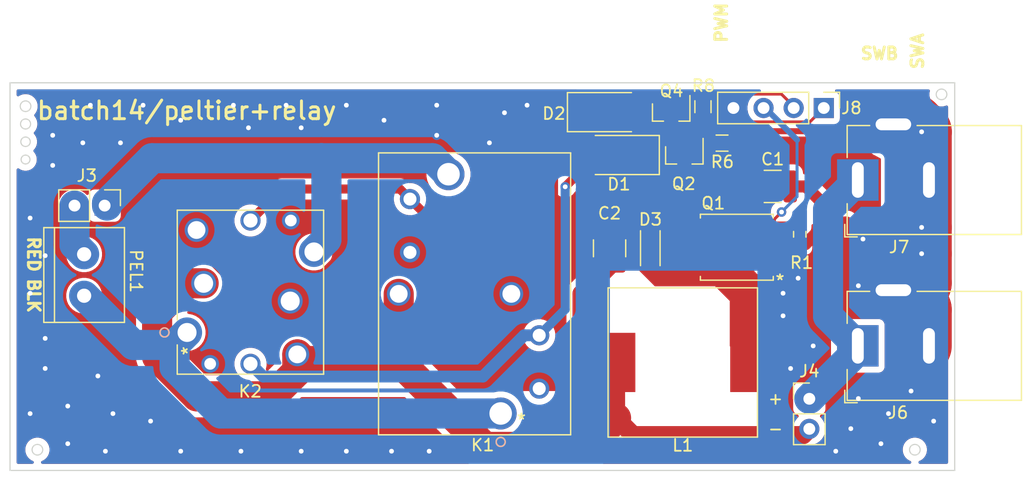
<source format=kicad_pcb>
(kicad_pcb (version 20171130) (host pcbnew "(5.1.6-0-10_14)")

  (general
    (thickness 1.6)
    (drawings 36)
    (tracks 214)
    (zones 0)
    (modules 20)
    (nets 15)
  )

  (page A4)
  (layers
    (0 F.Cu signal)
    (31 B.Cu signal)
    (32 B.Adhes user)
    (33 F.Adhes user)
    (34 B.Paste user)
    (35 F.Paste user)
    (36 B.SilkS user)
    (37 F.SilkS user)
    (38 B.Mask user)
    (39 F.Mask user)
    (40 Dwgs.User user hide)
    (41 Cmts.User user)
    (42 Eco1.User user)
    (43 Eco2.User user)
    (44 Edge.Cuts user)
    (45 Margin user)
    (46 B.CrtYd user hide)
    (47 F.CrtYd user)
    (48 B.Fab user)
    (49 F.Fab user hide)
  )

  (setup
    (last_trace_width 0.25)
    (user_trace_width 0.25)
    (user_trace_width 0.5)
    (user_trace_width 0.75)
    (user_trace_width 1)
    (user_trace_width 2.54)
    (user_trace_width 5.08)
    (user_trace_width 0.508)
    (user_trace_width 1.016)
    (user_trace_width 0.508)
    (user_trace_width 1.016)
    (user_trace_width 0.508)
    (user_trace_width 1.016)
    (user_trace_width 1.524)
    (user_trace_width 2.54)
    (user_trace_width 0.508)
    (user_trace_width 1.016)
    (user_trace_width 1.524)
    (user_trace_width 2.54)
    (user_trace_width 0.381)
    (user_trace_width 0.508)
    (user_trace_width 0.762)
    (user_trace_width 1.27)
    (user_trace_width 2.54)
    (user_trace_width 0.381)
    (user_trace_width 0.508)
    (user_trace_width 0.762)
    (user_trace_width 1.27)
    (user_trace_width 2.54)
    (user_trace_width 0.508)
    (user_trace_width 1.016)
    (user_trace_width 1.524)
    (user_trace_width 2.54)
    (user_trace_width 0.381)
    (user_trace_width 0.508)
    (user_trace_width 0.762)
    (user_trace_width 1.27)
    (user_trace_width 2.54)
    (user_trace_width 0.508)
    (user_trace_width 1.016)
    (user_trace_width 1.524)
    (user_trace_width 2.54)
    (user_trace_width 0.508)
    (user_trace_width 1.016)
    (user_trace_width 1.524)
    (user_trace_width 2.54)
    (user_trace_width 0.508)
    (user_trace_width 1.016)
    (user_trace_width 1.524)
    (user_trace_width 2.54)
    (user_trace_width 0.381)
    (user_trace_width 0.508)
    (user_trace_width 0.762)
    (user_trace_width 1.27)
    (user_trace_width 2.54)
    (user_trace_width 0.381)
    (user_trace_width 0.508)
    (user_trace_width 0.762)
    (user_trace_width 1.27)
    (user_trace_width 2.54)
    (user_trace_width 0.508)
    (user_trace_width 1.016)
    (user_trace_width 1.524)
    (user_trace_width 2.54)
    (user_trace_width 0.381)
    (user_trace_width 0.508)
    (user_trace_width 0.762)
    (user_trace_width 1.27)
    (user_trace_width 2.54)
    (user_trace_width 0.508)
    (user_trace_width 1.016)
    (user_trace_width 1.524)
    (user_trace_width 2.54)
    (trace_clearance 0.2)
    (zone_clearance 0.508)
    (zone_45_only no)
    (trace_min 0.2)
    (via_size 0.8)
    (via_drill 0.4)
    (via_min_size 0.4)
    (via_min_drill 0.3)
    (user_via 0.508 0.4)
    (user_via 1.016 0.4)
    (user_via 1.524 0.4)
    (user_via 2.54 0.4)
    (user_via 0.508 0.4)
    (user_via 1.016 0.4)
    (user_via 1.524 0.4)
    (user_via 2.54 0.4)
    (user_via 0.508 0.4)
    (user_via 1.016 0.4)
    (user_via 1.524 0.4)
    (user_via 2.54 0.4)
    (user_via 0.508 0.4)
    (user_via 1.016 0.4)
    (user_via 1.524 0.4)
    (user_via 2.54 0.4)
    (user_via 0.508 0.4)
    (user_via 1.016 0.4)
    (user_via 1.524 0.4)
    (user_via 2.54 0.4)
    (user_via 0.508 0.4)
    (user_via 1.016 0.4)
    (user_via 1.524 0.4)
    (user_via 2.54 0.4)
    (user_via 0.508 0.4)
    (user_via 1.016 0.4)
    (user_via 1.524 0.4)
    (user_via 2.54 0.4)
    (user_via 0.508 0.4)
    (user_via 1.016 0.4)
    (user_via 1.524 0.4)
    (user_via 2.54 0.4)
    (uvia_size 0.3)
    (uvia_drill 0.1)
    (uvias_allowed no)
    (uvia_min_size 0.2)
    (uvia_min_drill 0.1)
    (edge_width 0.1)
    (segment_width 0.2)
    (pcb_text_width 0.3)
    (pcb_text_size 1.5 1.5)
    (mod_edge_width 0.15)
    (mod_text_size 1 1)
    (mod_text_width 0.15)
    (pad_size 1.7 1.7)
    (pad_drill 1)
    (pad_to_mask_clearance 0)
    (aux_axis_origin 0 0)
    (grid_origin 150.37 82.97)
    (visible_elements FFFFFF7F)
    (pcbplotparams
      (layerselection 0x010fc_ffffffff)
      (usegerberextensions true)
      (usegerberattributes false)
      (usegerberadvancedattributes false)
      (creategerberjobfile false)
      (excludeedgelayer true)
      (linewidth 0.100000)
      (plotframeref false)
      (viasonmask false)
      (mode 1)
      (useauxorigin false)
      (hpglpennumber 1)
      (hpglpenspeed 20)
      (hpglpendiameter 15.000000)
      (psnegative false)
      (psa4output false)
      (plotreference true)
      (plotvalue true)
      (plotinvisibletext false)
      (padsonsilk false)
      (subtractmaskfromsilk false)
      (outputformat 1)
      (mirror false)
      (drillshape 0)
      (scaleselection 1)
      (outputdirectory ""))
  )

  (net 0 "")
  (net 1 /PEL1)
  (net 2 12V)
  (net 3 /PEL3)
  (net 4 /PEL_BLK)
  (net 5 /PEL_RED)
  (net 6 REG_OUT)
  (net 7 GND)
  (net 8 "Net-(Q2-Pad1)")
  (net 9 "Net-(Q4-Pad1)")
  (net 10 PEL_PWM)
  (net 11 PEL_SWA)
  (net 12 PEL_SWB)
  (net 13 "Net-(J3-Pad2)")
  (net 14 "Net-(D3-Pad2)")

  (net_class Default "This is the default net class."
    (clearance 0.2)
    (trace_width 0.25)
    (via_dia 0.8)
    (via_drill 0.4)
    (uvia_dia 0.3)
    (uvia_drill 0.1)
    (add_net /PEL1)
    (add_net /PEL3)
    (add_net /PEL_BLK)
    (add_net /PEL_RED)
    (add_net 12V)
    (add_net GND)
    (add_net "Net-(D3-Pad2)")
    (add_net "Net-(J3-Pad2)")
    (add_net "Net-(Q2-Pad1)")
    (add_net "Net-(Q4-Pad1)")
    (add_net PEL_PWM)
    (add_net PEL_SWA)
    (add_net PEL_SWB)
    (add_net REG_OUT)
  )

  (module Diodes_SMD:D_SMA (layer F.Cu) (tedit 586432E5) (tstamp 61607D14)
    (at 149.86 87.89 180)
    (descr "Diode SMA (DO-214AC)")
    (tags "Diode SMA (DO-214AC)")
    (path /61611337)
    (attr smd)
    (fp_text reference D1 (at 0.01 -2.47) (layer F.SilkS)
      (effects (font (size 1 1) (thickness 0.15)))
    )
    (fp_text value DIODE (at 0 2.6) (layer F.Fab)
      (effects (font (size 1 1) (thickness 0.15)))
    )
    (fp_line (start -3.4 -1.65) (end 2 -1.65) (layer F.SilkS) (width 0.12))
    (fp_line (start -3.4 1.65) (end 2 1.65) (layer F.SilkS) (width 0.12))
    (fp_line (start -0.64944 0.00102) (end 0.50118 -0.79908) (layer F.Fab) (width 0.1))
    (fp_line (start -0.64944 0.00102) (end 0.50118 0.75032) (layer F.Fab) (width 0.1))
    (fp_line (start 0.50118 0.75032) (end 0.50118 -0.79908) (layer F.Fab) (width 0.1))
    (fp_line (start -0.64944 -0.79908) (end -0.64944 0.80112) (layer F.Fab) (width 0.1))
    (fp_line (start 0.50118 0.00102) (end 1.4994 0.00102) (layer F.Fab) (width 0.1))
    (fp_line (start -0.64944 0.00102) (end -1.55114 0.00102) (layer F.Fab) (width 0.1))
    (fp_line (start -3.5 1.75) (end -3.5 -1.75) (layer F.CrtYd) (width 0.05))
    (fp_line (start 3.5 1.75) (end -3.5 1.75) (layer F.CrtYd) (width 0.05))
    (fp_line (start 3.5 -1.75) (end 3.5 1.75) (layer F.CrtYd) (width 0.05))
    (fp_line (start -3.5 -1.75) (end 3.5 -1.75) (layer F.CrtYd) (width 0.05))
    (fp_line (start 2.3 -1.5) (end -2.3 -1.5) (layer F.Fab) (width 0.1))
    (fp_line (start 2.3 -1.5) (end 2.3 1.5) (layer F.Fab) (width 0.1))
    (fp_line (start -2.3 1.5) (end -2.3 -1.5) (layer F.Fab) (width 0.1))
    (fp_line (start 2.3 1.5) (end -2.3 1.5) (layer F.Fab) (width 0.1))
    (fp_line (start -3.4 -1.65) (end -3.4 1.65) (layer F.SilkS) (width 0.12))
    (fp_text user %R (at 0 -2.5) (layer F.Fab)
      (effects (font (size 1 1) (thickness 0.15)))
    )
    (pad 1 smd rect (at -2 0 180) (size 2.5 1.8) (layers F.Cu F.Paste F.Mask)
      (net 1 /PEL1))
    (pad 2 smd rect (at 2 0 180) (size 2.5 1.8) (layers F.Cu F.Paste F.Mask)
      (net 2 12V))
    (model ${KISYS3DMOD}/Diodes_SMD.3dshapes/D_SMA.wrl
      (at (xyz 0 0 0))
      (scale (xyz 1 1 1))
      (rotate (xyz 0 0 0))
    )
    (model :kicad-packages3D:Diode_SMD.3dshapes/D_2010_5025Metric.step
      (at (xyz 0 0 0))
      (scale (xyz 1 1 1))
      (rotate (xyz 0 0 0))
    )
  )

  (module Diodes_SMD:D_SMA (layer F.Cu) (tedit 586432E5) (tstamp 61607CCF)
    (at 148.91 84.27)
    (descr "Diode SMA (DO-214AC)")
    (tags "Diode SMA (DO-214AC)")
    (path /61611331)
    (attr smd)
    (fp_text reference D2 (at -4.54 0.12) (layer F.SilkS)
      (effects (font (size 1 1) (thickness 0.15)))
    )
    (fp_text value DIODE (at 0 2.6) (layer F.Fab)
      (effects (font (size 1 1) (thickness 0.15)))
    )
    (fp_line (start -3.4 -1.65) (end -3.4 1.65) (layer F.SilkS) (width 0.12))
    (fp_line (start 2.3 1.5) (end -2.3 1.5) (layer F.Fab) (width 0.1))
    (fp_line (start -2.3 1.5) (end -2.3 -1.5) (layer F.Fab) (width 0.1))
    (fp_line (start 2.3 -1.5) (end 2.3 1.5) (layer F.Fab) (width 0.1))
    (fp_line (start 2.3 -1.5) (end -2.3 -1.5) (layer F.Fab) (width 0.1))
    (fp_line (start -3.5 -1.75) (end 3.5 -1.75) (layer F.CrtYd) (width 0.05))
    (fp_line (start 3.5 -1.75) (end 3.5 1.75) (layer F.CrtYd) (width 0.05))
    (fp_line (start 3.5 1.75) (end -3.5 1.75) (layer F.CrtYd) (width 0.05))
    (fp_line (start -3.5 1.75) (end -3.5 -1.75) (layer F.CrtYd) (width 0.05))
    (fp_line (start -0.64944 0.00102) (end -1.55114 0.00102) (layer F.Fab) (width 0.1))
    (fp_line (start 0.50118 0.00102) (end 1.4994 0.00102) (layer F.Fab) (width 0.1))
    (fp_line (start -0.64944 -0.79908) (end -0.64944 0.80112) (layer F.Fab) (width 0.1))
    (fp_line (start 0.50118 0.75032) (end 0.50118 -0.79908) (layer F.Fab) (width 0.1))
    (fp_line (start -0.64944 0.00102) (end 0.50118 0.75032) (layer F.Fab) (width 0.1))
    (fp_line (start -0.64944 0.00102) (end 0.50118 -0.79908) (layer F.Fab) (width 0.1))
    (fp_line (start -3.4 1.65) (end 2 1.65) (layer F.SilkS) (width 0.12))
    (fp_line (start -3.4 -1.65) (end 2 -1.65) (layer F.SilkS) (width 0.12))
    (fp_text user %R (at 0 -2.5) (layer F.Fab)
      (effects (font (size 1 1) (thickness 0.15)))
    )
    (pad 2 smd rect (at 2 0) (size 2.5 1.8) (layers F.Cu F.Paste F.Mask)
      (net 2 12V))
    (pad 1 smd rect (at -2 0) (size 2.5 1.8) (layers F.Cu F.Paste F.Mask)
      (net 3 /PEL3))
    (model ${KISYS3DMOD}/Diodes_SMD.3dshapes/D_SMA.wrl
      (at (xyz 0 0 0))
      (scale (xyz 1 1 1))
      (rotate (xyz 0 0 0))
    )
    (model :kicad-packages3D:Diode_SMD.3dshapes/D_2010_5025Metric.step
      (at (xyz 0 0 0))
      (scale (xyz 1 1 1))
      (rotate (xyz 0 0 0))
    )
  )

  (module Ninja-qPCR:TB_SeeedOPL_320110028 (layer F.Cu) (tedit 61600E8E) (tstamp 61609EC6)
    (at 104.75 96.27 270)
    (path /61611349)
    (fp_text reference PEL1 (at 1.42 -4.38 270 unlocked) (layer F.SilkS)
      (effects (font (size 1 1) (thickness 0.15)))
    )
    (fp_text value Screw_Terminal_01x02 (at 2 6 90) (layer F.Fab)
      (effects (font (size 1 1) (thickness 0.15)))
    )
    (fp_line (start -2.25 -3.4) (end 5.75 -3.4) (layer F.SilkS) (width 0.12))
    (fp_line (start 5.75 -3.4) (end 5.75 3.4) (layer F.SilkS) (width 0.12))
    (fp_line (start 5.75 3.4) (end -2.25 3.4) (layer F.SilkS) (width 0.12))
    (fp_line (start -2.25 3.4) (end -2.25 -3.4) (layer F.SilkS) (width 0.12))
    (fp_line (start 5.75 2.5) (end -2.25 2.5) (layer F.SilkS) (width 0.12))
    (pad 2 thru_hole circle (at 3.5 0 270) (size 2 2) (drill 1.2) (layers *.Cu *.Mask)
      (net 4 /PEL_BLK))
    (pad 1 thru_hole circle (at 0 0 270) (size 2 2) (drill 1.2) (layers *.Cu *.Mask)
      (net 13 "Net-(J3-Pad2)"))
    (model ":desktop:TerminalBlock_SeeedOPL320110028 v2.step"
      (at (xyz 0 0 0))
      (scale (xyz 1 1 1))
      (rotate (xyz 0 0 0))
    )
  )

  (module Connector_BarrelJack:BarrelJack_Horizontal (layer F.Cu) (tedit 5A1DBF6A) (tstamp 615FD7D7)
    (at 170 104 180)
    (descr "DC Barrel Jack")
    (tags "Power Jack")
    (path /615CB67F)
    (fp_text reference J6 (at -3.39 -5.64) (layer F.SilkS)
      (effects (font (size 1 1) (thickness 0.15)))
    )
    (fp_text value Barrel_Jack_Switch (at -6.2 -5.5) (layer F.Fab)
      (effects (font (size 1 1) (thickness 0.15)))
    )
    (fp_line (start 0 -4.5) (end -13.7 -4.5) (layer F.Fab) (width 0.1))
    (fp_line (start 0.8 4.5) (end 0.8 -3.75) (layer F.Fab) (width 0.1))
    (fp_line (start -13.7 4.5) (end 0.8 4.5) (layer F.Fab) (width 0.1))
    (fp_line (start -13.7 -4.5) (end -13.7 4.5) (layer F.Fab) (width 0.1))
    (fp_line (start -10.2 -4.5) (end -10.2 4.5) (layer F.Fab) (width 0.1))
    (fp_line (start 0.9 -4.6) (end 0.9 -2) (layer F.SilkS) (width 0.12))
    (fp_line (start -13.8 -4.6) (end 0.9 -4.6) (layer F.SilkS) (width 0.12))
    (fp_line (start 0.9 4.6) (end -1 4.6) (layer F.SilkS) (width 0.12))
    (fp_line (start 0.9 1.9) (end 0.9 4.6) (layer F.SilkS) (width 0.12))
    (fp_line (start -13.8 4.6) (end -13.8 -4.6) (layer F.SilkS) (width 0.12))
    (fp_line (start -5 4.6) (end -13.8 4.6) (layer F.SilkS) (width 0.12))
    (fp_line (start -14 4.75) (end -14 -4.75) (layer F.CrtYd) (width 0.05))
    (fp_line (start -5 4.75) (end -14 4.75) (layer F.CrtYd) (width 0.05))
    (fp_line (start -5 6.75) (end -5 4.75) (layer F.CrtYd) (width 0.05))
    (fp_line (start -1 6.75) (end -5 6.75) (layer F.CrtYd) (width 0.05))
    (fp_line (start -1 4.75) (end -1 6.75) (layer F.CrtYd) (width 0.05))
    (fp_line (start 1 4.75) (end -1 4.75) (layer F.CrtYd) (width 0.05))
    (fp_line (start 1 2) (end 1 4.75) (layer F.CrtYd) (width 0.05))
    (fp_line (start 2 2) (end 1 2) (layer F.CrtYd) (width 0.05))
    (fp_line (start 2 -2) (end 2 2) (layer F.CrtYd) (width 0.05))
    (fp_line (start 1 -2) (end 2 -2) (layer F.CrtYd) (width 0.05))
    (fp_line (start 1 -4.5) (end 1 -2) (layer F.CrtYd) (width 0.05))
    (fp_line (start 1 -4.75) (end -14 -4.75) (layer F.CrtYd) (width 0.05))
    (fp_line (start 1 -4.5) (end 1 -4.75) (layer F.CrtYd) (width 0.05))
    (fp_line (start 0.05 -4.8) (end 1.1 -4.8) (layer F.SilkS) (width 0.12))
    (fp_line (start 1.1 -3.75) (end 1.1 -4.8) (layer F.SilkS) (width 0.12))
    (fp_line (start -0.003213 -4.505425) (end 0.8 -3.75) (layer F.Fab) (width 0.1))
    (fp_text user %R (at -3 -2.95) (layer F.Fab)
      (effects (font (size 1 1) (thickness 0.15)))
    )
    (pad 1 thru_hole rect (at 0 0 180) (size 3.5 3.5) (drill oval 1 3) (layers *.Cu *.Mask)
      (net 2 12V))
    (pad 2 thru_hole roundrect (at -6 0 180) (size 3 3.5) (drill oval 1 3) (layers *.Cu *.Mask) (roundrect_rratio 0.25)
      (net 7 GND))
    (pad 3 thru_hole roundrect (at -3 4.7 180) (size 3.5 3.5) (drill oval 3 1) (layers *.Cu *.Mask) (roundrect_rratio 0.25)
      (net 7 GND))
    (model ${KISYS3DMOD}/Connector_BarrelJack.3dshapes/BarrelJack_Horizontal.wrl
      (at (xyz 0 0 0))
      (scale (xyz 1 1 1))
      (rotate (xyz 0 0 0))
    )
    (model ":desktop:BarrelJack_MJ179PH v1.step"
      (offset (xyz -6.5 0 0))
      (scale (xyz 1 1 1))
      (rotate (xyz 0 0 90))
    )
  )

  (module Connector_BarrelJack:BarrelJack_Horizontal (layer F.Cu) (tedit 5A1DBF6A) (tstamp 615FD7FA)
    (at 170 90 180)
    (descr "DC Barrel Jack")
    (tags "Power Jack")
    (path /6168C9ED)
    (fp_text reference J7 (at -3.48 -5.66) (layer F.SilkS)
      (effects (font (size 1 1) (thickness 0.15)))
    )
    (fp_text value Barrel_Jack_Switch (at -6.2 -5.5) (layer F.Fab)
      (effects (font (size 1 1) (thickness 0.15)))
    )
    (fp_line (start -0.003213 -4.505425) (end 0.8 -3.75) (layer F.Fab) (width 0.1))
    (fp_line (start 1.1 -3.75) (end 1.1 -4.8) (layer F.SilkS) (width 0.12))
    (fp_line (start 0.05 -4.8) (end 1.1 -4.8) (layer F.SilkS) (width 0.12))
    (fp_line (start 1 -4.5) (end 1 -4.75) (layer F.CrtYd) (width 0.05))
    (fp_line (start 1 -4.75) (end -14 -4.75) (layer F.CrtYd) (width 0.05))
    (fp_line (start 1 -4.5) (end 1 -2) (layer F.CrtYd) (width 0.05))
    (fp_line (start 1 -2) (end 2 -2) (layer F.CrtYd) (width 0.05))
    (fp_line (start 2 -2) (end 2 2) (layer F.CrtYd) (width 0.05))
    (fp_line (start 2 2) (end 1 2) (layer F.CrtYd) (width 0.05))
    (fp_line (start 1 2) (end 1 4.75) (layer F.CrtYd) (width 0.05))
    (fp_line (start 1 4.75) (end -1 4.75) (layer F.CrtYd) (width 0.05))
    (fp_line (start -1 4.75) (end -1 6.75) (layer F.CrtYd) (width 0.05))
    (fp_line (start -1 6.75) (end -5 6.75) (layer F.CrtYd) (width 0.05))
    (fp_line (start -5 6.75) (end -5 4.75) (layer F.CrtYd) (width 0.05))
    (fp_line (start -5 4.75) (end -14 4.75) (layer F.CrtYd) (width 0.05))
    (fp_line (start -14 4.75) (end -14 -4.75) (layer F.CrtYd) (width 0.05))
    (fp_line (start -5 4.6) (end -13.8 4.6) (layer F.SilkS) (width 0.12))
    (fp_line (start -13.8 4.6) (end -13.8 -4.6) (layer F.SilkS) (width 0.12))
    (fp_line (start 0.9 1.9) (end 0.9 4.6) (layer F.SilkS) (width 0.12))
    (fp_line (start 0.9 4.6) (end -1 4.6) (layer F.SilkS) (width 0.12))
    (fp_line (start -13.8 -4.6) (end 0.9 -4.6) (layer F.SilkS) (width 0.12))
    (fp_line (start 0.9 -4.6) (end 0.9 -2) (layer F.SilkS) (width 0.12))
    (fp_line (start -10.2 -4.5) (end -10.2 4.5) (layer F.Fab) (width 0.1))
    (fp_line (start -13.7 -4.5) (end -13.7 4.5) (layer F.Fab) (width 0.1))
    (fp_line (start -13.7 4.5) (end 0.8 4.5) (layer F.Fab) (width 0.1))
    (fp_line (start 0.8 4.5) (end 0.8 -3.75) (layer F.Fab) (width 0.1))
    (fp_line (start 0 -4.5) (end -13.7 -4.5) (layer F.Fab) (width 0.1))
    (fp_text user %R (at -3 -2.95) (layer F.Fab)
      (effects (font (size 1 1) (thickness 0.15)))
    )
    (pad 3 thru_hole roundrect (at -3 4.7 180) (size 3.5 3.5) (drill oval 3 1) (layers *.Cu *.Mask) (roundrect_rratio 0.25)
      (net 7 GND))
    (pad 2 thru_hole roundrect (at -6 0 180) (size 3 3.5) (drill oval 1 3) (layers *.Cu *.Mask) (roundrect_rratio 0.25)
      (net 7 GND))
    (pad 1 thru_hole rect (at 0 0 180) (size 3.5 3.5) (drill oval 1 3) (layers *.Cu *.Mask)
      (net 2 12V))
    (model ${KISYS3DMOD}/Connector_BarrelJack.3dshapes/BarrelJack_Horizontal.wrl
      (at (xyz 0 0 0))
      (scale (xyz 1 1 1))
      (rotate (xyz 0 0 0))
    )
  )

  (module Ninja-qPCR:EP2-3L3SAb (layer F.Cu) (tedit 6155D4D3) (tstamp 61609E92)
    (at 139.88 109.71 90)
    (path /61624824)
    (fp_text reference K1 (at -2.67 -1.52) (layer F.SilkS)
      (effects (font (size 1 1) (thickness 0.15)))
    )
    (fp_text value EP2-3L3SAb (at 10.65 -13.75 270) (layer F.SilkS) hide
      (effects (font (size 1 1) (thickness 0.15)))
    )
    (fp_circle (center -2.4 -0.000501) (end -2.4 -0.381501) (layer B.SilkS) (width 0.12))
    (fp_circle (center -2.4 -0.000501) (end -2.4 -0.381501) (layer F.SilkS) (width 0.12))
    (fp_circle (center -2.405 0) (end -2.405 -0.381) (layer F.Fab) (width 0.1))
    (fp_line (start -1.8 -10.3) (end -1.8 5.9) (layer F.SilkS) (width 0.12))
    (fp_line (start -1.8 5.9) (end 22 5.9) (layer F.SilkS) (width 0.12))
    (fp_line (start -1.8 -10.3) (end 22 -10.3) (layer F.SilkS) (width 0.12))
    (fp_line (start 22 5.9) (end 22 -10.3) (layer F.SilkS) (width 0.12))
    (fp_text user "Copyright 2021 Accelerated Designs. All rights reserved." (at 0 0) (layer Cmts.User)
      (effects (font (size 0.127 0.127) (thickness 0.002)))
    )
    (fp_text user * (at -0.55 1.75) (layer F.SilkS)
      (effects (font (size 1 1) (thickness 0.15)))
    )
    (fp_text user * (at 0 0) (layer F.Fab)
      (effects (font (size 1 1) (thickness 0.15)))
    )
    (pad 1 thru_hole circle (at 0 0 180) (size 2.7 2.7) (drill 1.9) (layers *.Cu *.Mask)
      (net 4 /PEL_BLK))
    (pad 2 thru_hole circle (at 2.1 3.25 180) (size 1.7 1.7) (drill 1.1) (layers *.Cu *.Mask)
      (net 2 12V))
    (pad 3 thru_hole circle (at 6.6 3.25 180) (size 1.7 1.7) (drill 1.1) (layers *.Cu *.Mask)
      (net 1 /PEL1))
    (pad 4 thru_hole circle (at 10.1 0.9 180) (size 2 2) (drill 1.5) (layers *.Cu *.Mask)
      (net 2 12V))
    (pad 8 thru_hole circle (at 20.2 -4.4 180) (size 2.7 2.7) (drill 1.9) (layers *.Cu *.Mask)
      (net 5 /PEL_RED))
    (pad 7 thru_hole circle (at 18.1 -7.65 180) (size 1.7 1.7) (drill 1.1) (layers *.Cu *.Mask)
      (net 3 /PEL3))
    (pad 6 thru_hole circle (at 13.6 -7.65 180) (size 1.7 1.7) (drill 1.1) (layers *.Cu *.Mask)
      (net 2 12V))
    (pad 5 thru_hole circle (at 10.1 -8.6 180) (size 2 2) (drill 1.5) (layers *.Cu *.Mask)
      (net 6 REG_OUT))
    (model ":desktop:NEC EP2-3L3SAb.step"
      (at (xyz 0 0 0))
      (scale (xyz 1 1 1))
      (rotate (xyz 0 0 90))
    )
  )

  (module Ninja-qPCR:EX2-2U1S (layer F.Cu) (tedit 6155CF71) (tstamp 61609E3D)
    (at 113.43 102.87 90)
    (path /6164633B)
    (fp_text reference K2 (at -4.97 5.33 180) (layer F.SilkS)
      (effects (font (size 1 1) (thickness 0.15)))
    )
    (fp_text value EX2-2U1S (at 4.5 -4.25 90) (layer F.SilkS) hide
      (effects (font (size 1 1) (thickness 0.15)))
    )
    (fp_circle (center 0.000501 -1.9) (end 0.381501 -1.9) (layer B.SilkS) (width 0.12))
    (fp_circle (center 0.000501 -1.9) (end 0.381501 -1.9) (layer F.SilkS) (width 0.12))
    (fp_circle (center 0 -1.905) (end 0.381 -1.905) (layer F.Fab) (width 0.1))
    (fp_line (start 10.448501 -1.2573) (end -3.648499 -1.2573) (layer F.CrtYd) (width 0.05))
    (fp_line (start 10.448501 11.644399) (end 10.448501 -1.2573) (layer F.CrtYd) (width 0.05))
    (fp_line (start -3.648499 11.644399) (end 10.448501 11.644399) (layer F.CrtYd) (width 0.05))
    (fp_line (start -3.648499 -1.2573) (end -3.648499 11.644399) (layer F.CrtYd) (width 0.05))
    (fp_line (start -1.04932 -0.827) (end -3.521499 -0.827) (layer F.SilkS) (width 0.12))
    (fp_line (start -3.394499 -0.7) (end -3.394499 11.390399) (layer F.Fab) (width 0.1))
    (fp_line (start 10.194501 -0.7) (end -3.394499 -0.7) (layer F.Fab) (width 0.1))
    (fp_line (start 10.194501 11.390399) (end 10.194501 -0.7) (layer F.Fab) (width 0.1))
    (fp_line (start -3.394499 11.390399) (end 10.194501 11.390399) (layer F.Fab) (width 0.1))
    (fp_line (start -3.521499 -0.827) (end -3.521499 11.517399) (layer F.SilkS) (width 0.12))
    (fp_line (start 10.321501 -0.827) (end 1.049321 -0.827) (layer F.SilkS) (width 0.12))
    (fp_line (start 10.321501 11.517399) (end 10.321501 -0.827) (layer F.SilkS) (width 0.12))
    (fp_line (start -3.521499 11.517399) (end 10.321501 11.517399) (layer F.SilkS) (width 0.12))
    (fp_text user * (at 0 0 90) (layer F.Fab)
      (effects (font (size 1 1) (thickness 0.15)))
    )
    (fp_text user * (at -1.55 0.1 90) (layer F.SilkS)
      (effects (font (size 1 1) (thickness 0.15)))
    )
    (fp_text user "Copyright 2021 Accelerated Designs. All rights reserved." (at 0 0 90) (layer Cmts.User)
      (effects (font (size 0.127 0.127) (thickness 0.002)))
    )
    (pad 10 thru_hole circle (at 4.15 1.4 90) (size 2.1082 2.1082) (drill 1.6002) (layers *.Cu *.Mask)
      (net 6 REG_OUT))
    (pad 9 thru_hole circle (at 8.65 0.8 90) (size 2.0066 2.0066) (drill 1.4986) (layers *.Cu *.Mask)
      (net 2 12V))
    (pad 8 thru_hole circle (at 9.45 5.35 90) (size 1.7018 1.7018) (drill 1.1938) (layers *.Cu *.Mask)
      (net 3 /PEL3))
    (pad 7 thru_hole circle (at 9.45 8.75 90) (size 1.4986 1.4986) (drill 0.9906) (layers *.Cu *.Mask)
      (net 2 12V))
    (pad 6 thru_hole circle (at 6.8 10.7 90) (size 2.1082 2.1082) (drill 1.6002) (layers *.Cu *.Mask)
      (net 5 /PEL_RED))
    (pad 5 thru_hole circle (at 2.65 8.7 90) (size 2.1082 2.1082) (drill 1.6002) (layers *.Cu *.Mask)
      (net 2 12V))
    (pad 4 thru_hole circle (at -1.85 9.3 90) (size 2.0066 2.0066) (drill 1.4986) (layers *.Cu *.Mask)
      (net 6 REG_OUT))
    (pad 3 thru_hole circle (at -2.65 5.35 90) (size 1.7018 1.7018) (drill 1.1938) (layers *.Cu *.Mask)
      (net 1 /PEL1))
    (pad 2 thru_hole circle (at -2.65 1.95 90) (size 1.4986 1.4986) (drill 0.9906) (layers *.Cu *.Mask)
      (net 2 12V))
    (pad 1 thru_hole circle (at 0 0 90) (size 2.1082 2.1082) (drill 1.6002) (layers *.Cu *.Mask)
      (net 4 /PEL_BLK))
    (model ":desktop:NEC EX2-2U1S.step"
      (at (xyz 0 0 0))
      (scale (xyz 1 1 1))
      (rotate (xyz 0 0 0))
    )
  )

  (module TO_SOT_Packages_SMD:SOT-23 (layer F.Cu) (tedit 58CE4E7E) (tstamp 61607C60)
    (at 155.37 87.89 270)
    (descr "SOT-23, Standard")
    (tags SOT-23)
    (path /61611353)
    (attr smd)
    (fp_text reference Q2 (at 2.43 0.05 180) (layer F.SilkS)
      (effects (font (size 1 1) (thickness 0.15)))
    )
    (fp_text value Q_NPN_BCE (at 0 2.5 90) (layer F.Fab)
      (effects (font (size 1 1) (thickness 0.15)))
    )
    (fp_line (start 0.76 1.58) (end -0.7 1.58) (layer F.SilkS) (width 0.12))
    (fp_line (start 0.76 -1.58) (end -1.4 -1.58) (layer F.SilkS) (width 0.12))
    (fp_line (start -1.7 1.75) (end -1.7 -1.75) (layer F.CrtYd) (width 0.05))
    (fp_line (start 1.7 1.75) (end -1.7 1.75) (layer F.CrtYd) (width 0.05))
    (fp_line (start 1.7 -1.75) (end 1.7 1.75) (layer F.CrtYd) (width 0.05))
    (fp_line (start -1.7 -1.75) (end 1.7 -1.75) (layer F.CrtYd) (width 0.05))
    (fp_line (start 0.76 -1.58) (end 0.76 -0.65) (layer F.SilkS) (width 0.12))
    (fp_line (start 0.76 1.58) (end 0.76 0.65) (layer F.SilkS) (width 0.12))
    (fp_line (start -0.7 1.52) (end 0.7 1.52) (layer F.Fab) (width 0.1))
    (fp_line (start 0.7 -1.52) (end 0.7 1.52) (layer F.Fab) (width 0.1))
    (fp_line (start -0.7 -0.95) (end -0.15 -1.52) (layer F.Fab) (width 0.1))
    (fp_line (start -0.15 -1.52) (end 0.7 -1.52) (layer F.Fab) (width 0.1))
    (fp_line (start -0.7 -0.95) (end -0.7 1.5) (layer F.Fab) (width 0.1))
    (fp_text user %R (at 0 0) (layer F.Fab)
      (effects (font (size 0.5 0.5) (thickness 0.075)))
    )
    (pad 1 smd rect (at -1 -0.95 270) (size 0.9 0.8) (layers F.Cu F.Paste F.Mask)
      (net 8 "Net-(Q2-Pad1)"))
    (pad 2 smd rect (at -1 0.95 270) (size 0.9 0.8) (layers F.Cu F.Paste F.Mask)
      (net 1 /PEL1))
    (pad 3 smd rect (at 1 0 270) (size 0.9 0.8) (layers F.Cu F.Paste F.Mask)
      (net 7 GND))
    (model ${KISYS3DMOD}/TO_SOT_Packages_SMD.3dshapes/SOT-23.wrl
      (at (xyz 0 0 0))
      (scale (xyz 1 1 1))
      (rotate (xyz 0 0 0))
    )
    (model :kicad-packages3D:Package_TO_SOT_SMD.3dshapes/SOT-23.step
      (at (xyz 0 0 0))
      (scale (xyz 1 1 1))
      (rotate (xyz 0 0 0))
    )
  )

  (module TO_SOT_Packages_SMD:SOT-23 (layer F.Cu) (tedit 58CE4E7E) (tstamp 61607C24)
    (at 154.26 84.27 270)
    (descr "SOT-23, Standard")
    (tags SOT-23)
    (path /61611361)
    (attr smd)
    (fp_text reference Q4 (at -1.79 -0.03 180) (layer F.SilkS)
      (effects (font (size 1 1) (thickness 0.15)))
    )
    (fp_text value Q_NPN_BCE (at 0 2.5 90) (layer F.Fab)
      (effects (font (size 1 1) (thickness 0.15)))
    )
    (fp_line (start -0.7 -0.95) (end -0.7 1.5) (layer F.Fab) (width 0.1))
    (fp_line (start -0.15 -1.52) (end 0.7 -1.52) (layer F.Fab) (width 0.1))
    (fp_line (start -0.7 -0.95) (end -0.15 -1.52) (layer F.Fab) (width 0.1))
    (fp_line (start 0.7 -1.52) (end 0.7 1.52) (layer F.Fab) (width 0.1))
    (fp_line (start -0.7 1.52) (end 0.7 1.52) (layer F.Fab) (width 0.1))
    (fp_line (start 0.76 1.58) (end 0.76 0.65) (layer F.SilkS) (width 0.12))
    (fp_line (start 0.76 -1.58) (end 0.76 -0.65) (layer F.SilkS) (width 0.12))
    (fp_line (start -1.7 -1.75) (end 1.7 -1.75) (layer F.CrtYd) (width 0.05))
    (fp_line (start 1.7 -1.75) (end 1.7 1.75) (layer F.CrtYd) (width 0.05))
    (fp_line (start 1.7 1.75) (end -1.7 1.75) (layer F.CrtYd) (width 0.05))
    (fp_line (start -1.7 1.75) (end -1.7 -1.75) (layer F.CrtYd) (width 0.05))
    (fp_line (start 0.76 -1.58) (end -1.4 -1.58) (layer F.SilkS) (width 0.12))
    (fp_line (start 0.76 1.58) (end -0.7 1.58) (layer F.SilkS) (width 0.12))
    (fp_text user %R (at 0 0) (layer F.Fab)
      (effects (font (size 0.5 0.5) (thickness 0.075)))
    )
    (pad 3 smd rect (at 1 0 270) (size 0.9 0.8) (layers F.Cu F.Paste F.Mask)
      (net 7 GND))
    (pad 2 smd rect (at -1 0.95 270) (size 0.9 0.8) (layers F.Cu F.Paste F.Mask)
      (net 3 /PEL3))
    (pad 1 smd rect (at -1 -0.95 270) (size 0.9 0.8) (layers F.Cu F.Paste F.Mask)
      (net 9 "Net-(Q4-Pad1)"))
    (model ${KISYS3DMOD}/TO_SOT_Packages_SMD.3dshapes/SOT-23.wrl
      (at (xyz 0 0 0))
      (scale (xyz 1 1 1))
      (rotate (xyz 0 0 0))
    )
    (model :kicad-packages3D:Package_TO_SOT_SMD.3dshapes/SOT-23.step
      (at (xyz 0 0 0))
      (scale (xyz 1 1 1))
      (rotate (xyz 0 0 0))
    )
  )

  (module Resistors_SMD:R_0603 (layer F.Cu) (tedit 58E0A804) (tstamp 61607C98)
    (at 158.54896 86.8854)
    (descr "Resistor SMD 0603, reflow soldering, Vishay (see dcrcw.pdf)")
    (tags "resistor 0603")
    (path /61611394)
    (attr smd)
    (fp_text reference R6 (at 0.03104 1.5846) (layer F.SilkS)
      (effects (font (size 1 1) (thickness 0.15)))
    )
    (fp_text value 10k (at 0 1.5) (layer F.Fab)
      (effects (font (size 1 1) (thickness 0.15)))
    )
    (fp_line (start 1.25 0.7) (end -1.25 0.7) (layer F.CrtYd) (width 0.05))
    (fp_line (start 1.25 0.7) (end 1.25 -0.7) (layer F.CrtYd) (width 0.05))
    (fp_line (start -1.25 -0.7) (end -1.25 0.7) (layer F.CrtYd) (width 0.05))
    (fp_line (start -1.25 -0.7) (end 1.25 -0.7) (layer F.CrtYd) (width 0.05))
    (fp_line (start -0.5 -0.68) (end 0.5 -0.68) (layer F.SilkS) (width 0.12))
    (fp_line (start 0.5 0.68) (end -0.5 0.68) (layer F.SilkS) (width 0.12))
    (fp_line (start -0.8 -0.4) (end 0.8 -0.4) (layer F.Fab) (width 0.1))
    (fp_line (start 0.8 -0.4) (end 0.8 0.4) (layer F.Fab) (width 0.1))
    (fp_line (start 0.8 0.4) (end -0.8 0.4) (layer F.Fab) (width 0.1))
    (fp_line (start -0.8 0.4) (end -0.8 -0.4) (layer F.Fab) (width 0.1))
    (fp_text user %R (at 0 0) (layer F.Fab)
      (effects (font (size 0.4 0.4) (thickness 0.075)))
    )
    (pad 1 smd rect (at -0.75 0) (size 0.5 0.9) (layers F.Cu F.Paste F.Mask)
      (net 8 "Net-(Q2-Pad1)"))
    (pad 2 smd rect (at 0.75 0) (size 0.5 0.9) (layers F.Cu F.Paste F.Mask)
      (net 11 PEL_SWA))
    (model ${KISYS3DMOD}/Resistors_SMD.3dshapes/R_0603.wrl
      (at (xyz 0 0 0))
      (scale (xyz 1 1 1))
      (rotate (xyz 0 0 0))
    )
    (model :kicad-packages3D:Resistor_SMD.3dshapes/R_0603_1608Metric.step
      (at (xyz 0 0 0))
      (scale (xyz 1 1 1))
      (rotate (xyz 0 0 0))
    )
  )

  (module Resistors_SMD:R_0603 (layer F.Cu) (tedit 58E0A804) (tstamp 61607BF0)
    (at 156.94 83.81 90)
    (descr "Resistor SMD 0603, reflow soldering, Vishay (see dcrcw.pdf)")
    (tags "resistor 0603")
    (path /6161135B)
    (attr smd)
    (fp_text reference R8 (at 1.77 0.04 180) (layer F.SilkS)
      (effects (font (size 1 1) (thickness 0.15)))
    )
    (fp_text value 10k (at 0 1.5 90) (layer F.Fab)
      (effects (font (size 1 1) (thickness 0.15)))
    )
    (fp_line (start 1.25 0.7) (end -1.25 0.7) (layer F.CrtYd) (width 0.05))
    (fp_line (start 1.25 0.7) (end 1.25 -0.7) (layer F.CrtYd) (width 0.05))
    (fp_line (start -1.25 -0.7) (end -1.25 0.7) (layer F.CrtYd) (width 0.05))
    (fp_line (start -1.25 -0.7) (end 1.25 -0.7) (layer F.CrtYd) (width 0.05))
    (fp_line (start -0.5 -0.68) (end 0.5 -0.68) (layer F.SilkS) (width 0.12))
    (fp_line (start 0.5 0.68) (end -0.5 0.68) (layer F.SilkS) (width 0.12))
    (fp_line (start -0.8 -0.4) (end 0.8 -0.4) (layer F.Fab) (width 0.1))
    (fp_line (start 0.8 -0.4) (end 0.8 0.4) (layer F.Fab) (width 0.1))
    (fp_line (start 0.8 0.4) (end -0.8 0.4) (layer F.Fab) (width 0.1))
    (fp_line (start -0.8 0.4) (end -0.8 -0.4) (layer F.Fab) (width 0.1))
    (fp_text user %R (at 0 0 90) (layer F.Fab)
      (effects (font (size 0.4 0.4) (thickness 0.075)))
    )
    (pad 1 smd rect (at -0.75 0 90) (size 0.5 0.9) (layers F.Cu F.Paste F.Mask)
      (net 12 PEL_SWB))
    (pad 2 smd rect (at 0.75 0 90) (size 0.5 0.9) (layers F.Cu F.Paste F.Mask)
      (net 9 "Net-(Q4-Pad1)"))
    (model ${KISYS3DMOD}/Resistors_SMD.3dshapes/R_0603.wrl
      (at (xyz 0 0 0))
      (scale (xyz 1 1 1))
      (rotate (xyz 0 0 0))
    )
    (model :kicad-packages3D:Resistor_SMD.3dshapes/R_0603_1608Metric.step
      (at (xyz 0 0 0))
      (scale (xyz 1 1 1))
      (rotate (xyz 0 0 0))
    )
  )

  (module Pin_Headers:Pin_Header_Straight_1x02_Pitch2.54mm (layer F.Cu) (tedit 59650532) (tstamp 61609F7C)
    (at 106.48 92.16 270)
    (descr "Through hole straight pin header, 1x02, 2.54mm pitch, single row")
    (tags "Through hole pin header THT 1x02 2.54mm single row")
    (path /6189FB08)
    (fp_text reference J3 (at -2.53 1.5 180) (layer F.SilkS)
      (effects (font (size 1 1) (thickness 0.15)))
    )
    (fp_text value Conn_01x02_Female (at 0 4.87 90) (layer F.Fab)
      (effects (font (size 1 1) (thickness 0.15)))
    )
    (fp_line (start -0.635 -1.27) (end 1.27 -1.27) (layer F.Fab) (width 0.1))
    (fp_line (start 1.27 -1.27) (end 1.27 3.81) (layer F.Fab) (width 0.1))
    (fp_line (start 1.27 3.81) (end -1.27 3.81) (layer F.Fab) (width 0.1))
    (fp_line (start -1.27 3.81) (end -1.27 -0.635) (layer F.Fab) (width 0.1))
    (fp_line (start -1.27 -0.635) (end -0.635 -1.27) (layer F.Fab) (width 0.1))
    (fp_line (start -1.33 3.87) (end 1.33 3.87) (layer F.SilkS) (width 0.12))
    (fp_line (start -1.33 1.27) (end -1.33 3.87) (layer F.SilkS) (width 0.12))
    (fp_line (start 1.33 1.27) (end 1.33 3.87) (layer F.SilkS) (width 0.12))
    (fp_line (start -1.33 1.27) (end 1.33 1.27) (layer F.SilkS) (width 0.12))
    (fp_line (start -1.33 0) (end -1.33 -1.33) (layer F.SilkS) (width 0.12))
    (fp_line (start -1.33 -1.33) (end 0 -1.33) (layer F.SilkS) (width 0.12))
    (fp_line (start -1.8 -1.8) (end -1.8 4.35) (layer F.CrtYd) (width 0.05))
    (fp_line (start -1.8 4.35) (end 1.8 4.35) (layer F.CrtYd) (width 0.05))
    (fp_line (start 1.8 4.35) (end 1.8 -1.8) (layer F.CrtYd) (width 0.05))
    (fp_line (start 1.8 -1.8) (end -1.8 -1.8) (layer F.CrtYd) (width 0.05))
    (fp_text user %R (at 0 1.27) (layer F.Fab)
      (effects (font (size 1 1) (thickness 0.15)))
    )
    (pad 2 thru_hole oval (at 0 2.54 270) (size 1.7 1.7) (drill 1) (layers *.Cu *.Mask)
      (net 13 "Net-(J3-Pad2)"))
    (pad 1 thru_hole rect (at 0 0 270) (size 1.7 1.7) (drill 1) (layers *.Cu *.Mask)
      (net 5 /PEL_RED))
    (model ${KISYS3DMOD}/Pin_Headers.3dshapes/Pin_Header_Straight_1x02_Pitch2.54mm.wrl
      (at (xyz 0 0 0))
      (scale (xyz 1 1 1))
      (rotate (xyz 0 0 0))
    )
    (model :kicad-packages3D:Connector_PinHeader_2.54mm.3dshapes/PinHeader_1x02_P2.54mm_Vertical.step
      (at (xyz 0 0 0))
      (scale (xyz 1 1 1))
      (rotate (xyz 0 0 0))
    )
  )

  (module Capacitor_SMD:C_1210_3225Metric (layer F.Cu) (tedit 5F68FEEE) (tstamp 619F1ED1)
    (at 162.8187 90.543)
    (descr "Capacitor SMD 1210 (3225 Metric), square (rectangular) end terminal, IPC_7351 nominal, (Body size source: IPC-SM-782 page 76, https://www.pcb-3d.com/wordpress/wp-content/uploads/ipc-sm-782a_amendment_1_and_2.pdf), generated with kicad-footprint-generator")
    (tags capacitor)
    (path /61AA59D5)
    (attr smd)
    (fp_text reference C1 (at 0 -2.3) (layer F.SilkS)
      (effects (font (size 1 1) (thickness 0.15)))
    )
    (fp_text value 22uF (at 0 2.3) (layer F.Fab)
      (effects (font (size 1 1) (thickness 0.15)))
    )
    (fp_line (start 2.3 1.6) (end -2.3 1.6) (layer F.CrtYd) (width 0.05))
    (fp_line (start 2.3 -1.6) (end 2.3 1.6) (layer F.CrtYd) (width 0.05))
    (fp_line (start -2.3 -1.6) (end 2.3 -1.6) (layer F.CrtYd) (width 0.05))
    (fp_line (start -2.3 1.6) (end -2.3 -1.6) (layer F.CrtYd) (width 0.05))
    (fp_line (start -0.711252 1.36) (end 0.711252 1.36) (layer F.SilkS) (width 0.12))
    (fp_line (start -0.711252 -1.36) (end 0.711252 -1.36) (layer F.SilkS) (width 0.12))
    (fp_line (start 1.6 1.25) (end -1.6 1.25) (layer F.Fab) (width 0.1))
    (fp_line (start 1.6 -1.25) (end 1.6 1.25) (layer F.Fab) (width 0.1))
    (fp_line (start -1.6 -1.25) (end 1.6 -1.25) (layer F.Fab) (width 0.1))
    (fp_line (start -1.6 1.25) (end -1.6 -1.25) (layer F.Fab) (width 0.1))
    (fp_text user %R (at 0 0) (layer F.Fab)
      (effects (font (size 0.8 0.8) (thickness 0.12)))
    )
    (pad 1 smd roundrect (at -1.475 0) (size 1.15 2.7) (layers F.Cu F.Paste F.Mask) (roundrect_rratio 0.217391)
      (net 2 12V))
    (pad 2 smd roundrect (at 1.475 0) (size 1.15 2.7) (layers F.Cu F.Paste F.Mask) (roundrect_rratio 0.217391)
      (net 7 GND))
    (model ${KISYS3DMOD}/Capacitor_SMD.3dshapes/C_1210_3225Metric.wrl
      (at (xyz 0 0 0))
      (scale (xyz 1 1 1))
      (rotate (xyz 0 0 0))
    )
  )

  (module Capacitor_SMD:C_1210_3225Metric (layer F.Cu) (tedit 5F68FEEE) (tstamp 619F1EE2)
    (at 149.0646 95.76524 270)
    (descr "Capacitor SMD 1210 (3225 Metric), square (rectangular) end terminal, IPC_7351 nominal, (Body size source: IPC-SM-782 page 76, https://www.pcb-3d.com/wordpress/wp-content/uploads/ipc-sm-782a_amendment_1_and_2.pdf), generated with kicad-footprint-generator")
    (tags capacitor)
    (path /61A8B41C)
    (attr smd)
    (fp_text reference C2 (at -2.95524 0.0046 180) (layer F.SilkS)
      (effects (font (size 1 1) (thickness 0.15)))
    )
    (fp_text value 22uF (at 0 2.3 90) (layer F.Fab)
      (effects (font (size 1 1) (thickness 0.15)))
    )
    (fp_line (start -1.6 1.25) (end -1.6 -1.25) (layer F.Fab) (width 0.1))
    (fp_line (start -1.6 -1.25) (end 1.6 -1.25) (layer F.Fab) (width 0.1))
    (fp_line (start 1.6 -1.25) (end 1.6 1.25) (layer F.Fab) (width 0.1))
    (fp_line (start 1.6 1.25) (end -1.6 1.25) (layer F.Fab) (width 0.1))
    (fp_line (start -0.711252 -1.36) (end 0.711252 -1.36) (layer F.SilkS) (width 0.12))
    (fp_line (start -0.711252 1.36) (end 0.711252 1.36) (layer F.SilkS) (width 0.12))
    (fp_line (start -2.3 1.6) (end -2.3 -1.6) (layer F.CrtYd) (width 0.05))
    (fp_line (start -2.3 -1.6) (end 2.3 -1.6) (layer F.CrtYd) (width 0.05))
    (fp_line (start 2.3 -1.6) (end 2.3 1.6) (layer F.CrtYd) (width 0.05))
    (fp_line (start 2.3 1.6) (end -2.3 1.6) (layer F.CrtYd) (width 0.05))
    (fp_text user %R (at 0 0 90) (layer F.Fab)
      (effects (font (size 0.8 0.8) (thickness 0.12)))
    )
    (pad 2 smd roundrect (at 1.475 0 270) (size 1.15 2.7) (layers F.Cu F.Paste F.Mask) (roundrect_rratio 0.217391)
      (net 6 REG_OUT))
    (pad 1 smd roundrect (at -1.475 0 270) (size 1.15 2.7) (layers F.Cu F.Paste F.Mask) (roundrect_rratio 0.217391)
      (net 2 12V))
    (model ${KISYS3DMOD}/Capacitor_SMD.3dshapes/C_1210_3225Metric.wrl
      (at (xyz 0 0 0))
      (scale (xyz 1 1 1))
      (rotate (xyz 0 0 0))
    )
  )

  (module Ninja-qPCR:MSS1P3L-M3&slash_89A (layer F.Cu) (tedit 614D673B) (tstamp 619F1F05)
    (at 152.49868 95.75508 270)
    (path /61A5B8B9)
    (fp_text reference D3 (at -2.42508 -0.01132 180) (layer F.SilkS)
      (effects (font (size 1 1) (thickness 0.15)))
    )
    (fp_text value D_Schottky (at 0.05 1.8 90) (layer F.SilkS) hide
      (effects (font (size 1 1) (thickness 0.15)))
    )
    (fp_line (start -1.4478 0.5461) (end -1.5494 0.5461) (layer F.CrtYd) (width 0.05))
    (fp_line (start -1.4478 0.8001) (end -1.4478 0.5461) (layer F.CrtYd) (width 0.05))
    (fp_line (start 1.4478 0.8001) (end -1.4478 0.8001) (layer F.CrtYd) (width 0.05))
    (fp_line (start 1.4478 0.4826) (end 1.4478 0.8001) (layer F.CrtYd) (width 0.05))
    (fp_line (start 1.5494 0.4826) (end 1.4478 0.4826) (layer F.CrtYd) (width 0.05))
    (fp_line (start 1.5494 -0.4826) (end 1.5494 0.4826) (layer F.CrtYd) (width 0.05))
    (fp_line (start 1.4478 -0.4826) (end 1.5494 -0.4826) (layer F.CrtYd) (width 0.05))
    (fp_line (start 1.4478 -0.8001) (end 1.4478 -0.4826) (layer F.CrtYd) (width 0.05))
    (fp_line (start -1.4478 -0.8001) (end 1.4478 -0.8001) (layer F.CrtYd) (width 0.05))
    (fp_line (start -1.4478 -0.5461) (end -1.4478 -0.8001) (layer F.CrtYd) (width 0.05))
    (fp_line (start -1.5494 -0.5461) (end -1.4478 -0.5461) (layer F.CrtYd) (width 0.05))
    (fp_line (start -1.5494 0.5461) (end -1.5494 -0.5461) (layer F.CrtYd) (width 0.05))
    (fp_line (start -1.3462 -0.6985) (end -1.3462 0.6985) (layer F.Fab) (width 0.1))
    (fp_line (start 1.3462 -0.6985) (end -1.3462 -0.6985) (layer F.Fab) (width 0.1))
    (fp_line (start 1.3462 0.6985) (end 1.3462 -0.6985) (layer F.Fab) (width 0.1))
    (fp_line (start -1.3462 0.6985) (end 1.3462 0.6985) (layer F.Fab) (width 0.1))
    (fp_line (start 1.4732 -0.8255) (end -1.4732 -0.8255) (layer F.SilkS) (width 0.12))
    (fp_line (start -1.4732 0.8255) (end 1.4732 0.8255) (layer F.SilkS) (width 0.12))
    (fp_line (start 1.3462 -0.381) (end 1.3462 -0.381) (layer F.Fab) (width 0.1))
    (fp_line (start 1.3462 0.381) (end 1.3462 -0.381) (layer F.Fab) (width 0.1))
    (fp_line (start 1.3462 0.381) (end 1.3462 0.381) (layer F.Fab) (width 0.1))
    (fp_line (start 1.3462 -0.381) (end 1.3462 0.381) (layer F.Fab) (width 0.1))
    (fp_line (start -1.3462 0.4445) (end -1.3462 0.4445) (layer F.Fab) (width 0.1))
    (fp_line (start -1.3462 -0.4445) (end -1.3462 0.4445) (layer F.Fab) (width 0.1))
    (fp_line (start -1.3462 -0.4445) (end -1.3462 -0.4445) (layer F.Fab) (width 0.1))
    (fp_line (start -1.3462 0.4445) (end -1.3462 -0.4445) (layer F.Fab) (width 0.1))
    (fp_text user * (at -1.8 -0.3 90) (layer F.Fab) hide
      (effects (font (size 1 1) (thickness 0.15)))
    )
    (fp_text user * (at -1.8 -0.3 90) (layer F.SilkS) hide
      (effects (font (size 1 1) (thickness 0.15)))
    )
    (fp_text user "Copyright 2021 Accelerated Designs. All rights reserved." (at 0 0 90) (layer Cmts.User)
      (effects (font (size 0.127 0.127) (thickness 0.002)))
    )
    (pad 2 smd rect (at 1.016 0 270) (size 0.8636 0.762) (layers F.Cu F.Paste F.Mask)
      (net 14 "Net-(D3-Pad2)"))
    (pad 1 smd rect (at -0.7493 0 270) (size 1.397 0.889) (layers F.Cu F.Paste F.Mask)
      (net 2 12V))
  )

  (module Ninja-qPCR:SRP1265C (layer F.Cu) (tedit 619EE761) (tstamp 619F1F25)
    (at 155.2368 105.402 180)
    (path /61A26907)
    (fp_text reference L1 (at 0 -7) (layer F.SilkS)
      (effects (font (size 1 1) (thickness 0.15)))
    )
    (fp_text value SRP1265C-220M (at 0 7) (layer F.Fab)
      (effects (font (size 1 1) (thickness 0.15)))
    )
    (fp_line (start 6.3 -6.3) (end 6.3 6.3) (layer F.SilkS) (width 0.12))
    (fp_line (start 6.3 6.3) (end -6.3 6.3) (layer F.SilkS) (width 0.12))
    (fp_line (start -6.3 6.3) (end -6.3 -6.3) (layer F.SilkS) (width 0.12))
    (fp_line (start -6.3 -6.3) (end 6.3 -6.3) (layer F.SilkS) (width 0.12))
    (pad 1 smd rect (at -5.625 0 180) (size 3.25 5) (layers F.Cu F.Paste F.Mask)
      (net 14 "Net-(D3-Pad2)"))
    (pad 2 smd rect (at 5.625 0 180) (size 3.25 5) (layers F.Cu F.Paste F.Mask)
      (net 6 REG_OUT))
  )

  (module Ninja-qPCR:PowerPAK_SO-8_Long (layer F.Cu) (tedit 619E97ED) (tstamp 619F1F55)
    (at 159.7961 95.6738 180)
    (path /619ECC82)
    (fp_text reference Q1 (at 1.9861 3.7138) (layer F.SilkS)
      (effects (font (size 1 1) (thickness 0.15)))
    )
    (fp_text value SIRA88BDP-T1-GE3 (at -0.11 5.92) (layer F.SilkS) hide
      (effects (font (size 1 1) (thickness 0.15)))
    )
    (fp_circle (center -2.413 -1.905) (end -2.413 -1.905) (layer F.Fab) (width 0.1))
    (fp_circle (center -4.1656 -1.905) (end -4.1656 -1.905) (layer F.CrtYd) (width 0.05))
    (fp_line (start -3.2004 2.5908) (end -3.683 2.5908) (layer F.CrtYd) (width 0.05))
    (fp_line (start -3.2004 2.9083) (end -3.2004 2.5908) (layer F.CrtYd) (width 0.05))
    (fp_line (start 3.2004 2.9083) (end -3.2004 2.9083) (layer F.CrtYd) (width 0.05))
    (fp_line (start 3.2004 2.5908) (end 3.2004 2.9083) (layer F.CrtYd) (width 0.05))
    (fp_line (start 3.683 2.5908) (end 3.2004 2.5908) (layer F.CrtYd) (width 0.05))
    (fp_line (start 3.683 -2.5908) (end 3.683 2.5908) (layer F.CrtYd) (width 0.05))
    (fp_line (start 3.2004 -2.5908) (end 3.683 -2.5908) (layer F.CrtYd) (width 0.05))
    (fp_line (start 3.2004 -2.9083) (end 3.2004 -2.5908) (layer F.CrtYd) (width 0.05))
    (fp_line (start -3.2004 -2.9083) (end 3.2004 -2.9083) (layer F.CrtYd) (width 0.05))
    (fp_line (start -3.2004 -2.5908) (end -3.2004 -2.9083) (layer F.CrtYd) (width 0.05))
    (fp_line (start -3.683 -2.5908) (end -3.2004 -2.5908) (layer F.CrtYd) (width 0.05))
    (fp_line (start -3.683 2.5908) (end -3.683 -2.5908) (layer F.CrtYd) (width 0.05))
    (fp_poly (pts (xy 2.5654 -2.159) (xy -1.4224 -2.159) (xy -1.4224 2.159) (xy 2.5654 2.159)) (layer F.Paste) (width 0.1))
    (fp_poly (pts (xy 2.5654 -2.159) (xy -1.4224 -2.159) (xy -1.4224 2.159) (xy 2.5654 2.159)) (layer F.Mask) (width 0.1))
    (fp_poly (pts (xy 2.5654 -2.159) (xy -1.4224 -2.159) (xy -1.4224 2.159) (xy 2.5654 2.159)) (layer F.Cu) (width 0.1))
    (fp_line (start 3.0734 -2.46634) (end 3.0734 -2.7813) (layer F.SilkS) (width 0.12))
    (fp_line (start -3.0734 2.46634) (end -3.0734 2.7813) (layer F.SilkS) (width 0.12))
    (fp_line (start -2.9464 -2.6543) (end -2.9464 2.6543) (layer F.Fab) (width 0.1))
    (fp_line (start 2.9464 -2.6543) (end -2.9464 -2.6543) (layer F.Fab) (width 0.1))
    (fp_line (start 2.9464 2.6543) (end 2.9464 -2.6543) (layer F.Fab) (width 0.1))
    (fp_line (start -2.9464 2.6543) (end 2.9464 2.6543) (layer F.Fab) (width 0.1))
    (fp_line (start -3.0734 -2.7813) (end -3.0734 -2.46634) (layer F.SilkS) (width 0.12))
    (fp_line (start 3.0734 -2.7813) (end -3.0734 -2.7813) (layer F.SilkS) (width 0.12))
    (fp_line (start 3.0734 2.7813) (end 3.0734 2.46634) (layer F.SilkS) (width 0.12))
    (fp_line (start -3.0734 2.7813) (end 3.0734 2.7813) (layer F.SilkS) (width 0.12))
    (fp_arc (start 0 -2.6543) (end -0.3048 -2.6543) (angle -180) (layer F.Fab) (width 0.1))
    (fp_arc (start 0 -2.6543) (end -0.491067 -2.6543) (angle -180) (layer F.CrtYd) (width 0.05))
    (fp_text user 0.04in/1.016mm (at -2.921 4.4323) (layer Dwgs.User)
      (effects (font (size 1 1) (thickness 0.15)))
    )
    (fp_text user 0.23in/5.842mm (at 0 -5.0673) (layer Dwgs.User)
      (effects (font (size 1 1) (thickness 0.15)))
    )
    (fp_text user 0.018in/0.457mm (at 5.969 -1.905) (layer Dwgs.User)
      (effects (font (size 1 1) (thickness 0.15)))
    )
    (fp_text user 0.05in/1.27mm (at -5.969 -1.27) (layer Dwgs.User)
      (effects (font (size 1 1) (thickness 0.15)))
    )
    (fp_text user * (at -3.65 -2.83) (layer F.Fab)
      (effects (font (size 1 1) (thickness 0.15)))
    )
    (fp_text user * (at -3.64 -2.83) (layer F.SilkS)
      (effects (font (size 1 1) (thickness 0.15)))
    )
    (fp_text user "Copyright 2021 Accelerated Designs. All rights reserved." (at 0 0) (layer Cmts.User)
      (effects (font (size 0.127 0.127) (thickness 0.002)))
    )
    (pad 8 smd rect (at 3.171 -1.905 180) (size 1.516 0.4572) (layers F.Cu F.Paste F.Mask)
      (net 14 "Net-(D3-Pad2)"))
    (pad 7 smd rect (at 3.171 -0.635 180) (size 1.516 0.4572) (layers F.Cu F.Paste F.Mask)
      (net 14 "Net-(D3-Pad2)"))
    (pad 6 smd rect (at 3.171 0.635 180) (size 1.516 0.4572) (layers F.Cu F.Paste F.Mask)
      (net 14 "Net-(D3-Pad2)"))
    (pad 5 smd rect (at 3.171 1.905 180) (size 1.516 0.4572) (layers F.Cu F.Paste F.Mask)
      (net 14 "Net-(D3-Pad2)"))
    (pad 4 smd rect (at -3.171 1.905 180) (size 1.516 0.4572) (layers F.Cu F.Paste F.Mask)
      (net 10 PEL_PWM))
    (pad 3 smd rect (at -3.171 0.635 180) (size 1.516 0.4572) (layers F.Cu F.Paste F.Mask)
      (net 7 GND))
    (pad 2 smd rect (at -3.171 -0.635 180) (size 1.516 0.4572) (layers F.Cu F.Paste F.Mask)
      (net 7 GND))
    (pad 1 smd rect (at -3.171 -1.905 180) (size 1.516 0.4572) (layers F.Cu F.Paste F.Mask)
      (net 7 GND))
  )

  (module Resistor_SMD:R_0603_1608Metric (layer F.Cu) (tedit 5F68FEEE) (tstamp 619F26E3)
    (at 165.1047 94.5816 270)
    (descr "Resistor SMD 0603 (1608 Metric), square (rectangular) end terminal, IPC_7351 nominal, (Body size source: IPC-SM-782 page 72, https://www.pcb-3d.com/wordpress/wp-content/uploads/ipc-sm-782a_amendment_1_and_2.pdf), generated with kicad-footprint-generator")
    (tags resistor)
    (path /61A1B4E1)
    (attr smd)
    (fp_text reference R1 (at 2.3984 -0.1553 180) (layer F.SilkS)
      (effects (font (size 1 1) (thickness 0.15)))
    )
    (fp_text value 10k (at 0 1.43 90) (layer F.Fab)
      (effects (font (size 1 1) (thickness 0.15)))
    )
    (fp_line (start 1.48 0.73) (end -1.48 0.73) (layer F.CrtYd) (width 0.05))
    (fp_line (start 1.48 -0.73) (end 1.48 0.73) (layer F.CrtYd) (width 0.05))
    (fp_line (start -1.48 -0.73) (end 1.48 -0.73) (layer F.CrtYd) (width 0.05))
    (fp_line (start -1.48 0.73) (end -1.48 -0.73) (layer F.CrtYd) (width 0.05))
    (fp_line (start -0.237258 0.5225) (end 0.237258 0.5225) (layer F.SilkS) (width 0.12))
    (fp_line (start -0.237258 -0.5225) (end 0.237258 -0.5225) (layer F.SilkS) (width 0.12))
    (fp_line (start 0.8 0.4125) (end -0.8 0.4125) (layer F.Fab) (width 0.1))
    (fp_line (start 0.8 -0.4125) (end 0.8 0.4125) (layer F.Fab) (width 0.1))
    (fp_line (start -0.8 -0.4125) (end 0.8 -0.4125) (layer F.Fab) (width 0.1))
    (fp_line (start -0.8 0.4125) (end -0.8 -0.4125) (layer F.Fab) (width 0.1))
    (fp_text user %R (at 0 0 90) (layer F.Fab)
      (effects (font (size 0.4 0.4) (thickness 0.06)))
    )
    (pad 1 smd roundrect (at -0.825 0 270) (size 0.8 0.95) (layers F.Cu F.Paste F.Mask) (roundrect_rratio 0.25)
      (net 10 PEL_PWM))
    (pad 2 smd roundrect (at 0.825 0 270) (size 0.8 0.95) (layers F.Cu F.Paste F.Mask) (roundrect_rratio 0.25)
      (net 7 GND))
    (model ${KISYS3DMOD}/Resistor_SMD.3dshapes/R_0603_1608Metric.wrl
      (at (xyz 0 0 0))
      (scale (xyz 1 1 1))
      (rotate (xyz 0 0 0))
    )
  )

  (module Pin_Headers:Pin_Header_Straight_1x02_Pitch2.54mm (layer F.Cu) (tedit 59650532) (tstamp 61A70B98)
    (at 165.91 108.47)
    (descr "Through hole straight pin header, 1x02, 2.54mm pitch, single row")
    (tags "Through hole pin header THT 1x02 2.54mm single row")
    (path /616E0F34)
    (fp_text reference J4 (at 0 -2.33) (layer F.SilkS)
      (effects (font (size 1 1) (thickness 0.15)))
    )
    (fp_text value Conn_01x02_Female (at 0 4.87) (layer F.Fab)
      (effects (font (size 1 1) (thickness 0.15)))
    )
    (fp_line (start -0.635 -1.27) (end 1.27 -1.27) (layer F.Fab) (width 0.1))
    (fp_line (start 1.27 -1.27) (end 1.27 3.81) (layer F.Fab) (width 0.1))
    (fp_line (start 1.27 3.81) (end -1.27 3.81) (layer F.Fab) (width 0.1))
    (fp_line (start -1.27 3.81) (end -1.27 -0.635) (layer F.Fab) (width 0.1))
    (fp_line (start -1.27 -0.635) (end -0.635 -1.27) (layer F.Fab) (width 0.1))
    (fp_line (start -1.33 3.87) (end 1.33 3.87) (layer F.SilkS) (width 0.12))
    (fp_line (start -1.33 1.27) (end -1.33 3.87) (layer F.SilkS) (width 0.12))
    (fp_line (start 1.33 1.27) (end 1.33 3.87) (layer F.SilkS) (width 0.12))
    (fp_line (start -1.33 1.27) (end 1.33 1.27) (layer F.SilkS) (width 0.12))
    (fp_line (start -1.33 0) (end -1.33 -1.33) (layer F.SilkS) (width 0.12))
    (fp_line (start -1.33 -1.33) (end 0 -1.33) (layer F.SilkS) (width 0.12))
    (fp_line (start -1.8 -1.8) (end -1.8 4.35) (layer F.CrtYd) (width 0.05))
    (fp_line (start -1.8 4.35) (end 1.8 4.35) (layer F.CrtYd) (width 0.05))
    (fp_line (start 1.8 4.35) (end 1.8 -1.8) (layer F.CrtYd) (width 0.05))
    (fp_line (start 1.8 -1.8) (end -1.8 -1.8) (layer F.CrtYd) (width 0.05))
    (fp_text user %R (at 0 1.27 90) (layer F.Fab)
      (effects (font (size 1 1) (thickness 0.15)))
    )
    (pad 2 thru_hole oval (at 0 2.54) (size 1.7 1.7) (drill 1) (layers *.Cu *.Mask)
      (net 6 REG_OUT))
    (pad 1 thru_hole rect (at 0 0) (size 1.7 1.7) (drill 1) (layers *.Cu *.Mask)
      (net 2 12V))
    (model ${KISYS3DMOD}/Pin_Headers.3dshapes/Pin_Header_Straight_1x02_Pitch2.54mm.wrl
      (at (xyz 0 0 0))
      (scale (xyz 1 1 1))
      (rotate (xyz 0 0 0))
    )
  )

  (module Pin_Headers:Pin_Header_Straight_1x04_Pitch2.54mm (layer F.Cu) (tedit 59650532) (tstamp 61A718DE)
    (at 167.13 83.92 270)
    (descr "Through hole straight pin header, 1x04, 2.54mm pitch, single row")
    (tags "Through hole pin header THT 1x04 2.54mm single row")
    (path /616E1BB7)
    (fp_text reference J8 (at 0 -2.33) (layer F.SilkS)
      (effects (font (size 1 1) (thickness 0.15)))
    )
    (fp_text value Conn_01x03_Male (at 0 9.95 90) (layer F.Fab)
      (effects (font (size 1 1) (thickness 0.15)))
    )
    (fp_text user %R (at 0 3.81) (layer F.Fab)
      (effects (font (size 1 1) (thickness 0.15)))
    )
    (fp_line (start -0.635 -1.27) (end 1.27 -1.27) (layer F.Fab) (width 0.1))
    (fp_line (start 1.27 -1.27) (end 1.27 8.89) (layer F.Fab) (width 0.1))
    (fp_line (start 1.27 8.89) (end -1.27 8.89) (layer F.Fab) (width 0.1))
    (fp_line (start -1.27 8.89) (end -1.27 -0.635) (layer F.Fab) (width 0.1))
    (fp_line (start -1.27 -0.635) (end -0.635 -1.27) (layer F.Fab) (width 0.1))
    (fp_line (start -1.33 8.95) (end 1.33 8.95) (layer F.SilkS) (width 0.12))
    (fp_line (start -1.33 1.27) (end -1.33 8.95) (layer F.SilkS) (width 0.12))
    (fp_line (start 1.33 1.27) (end 1.33 8.95) (layer F.SilkS) (width 0.12))
    (fp_line (start -1.33 1.27) (end 1.33 1.27) (layer F.SilkS) (width 0.12))
    (fp_line (start -1.33 0) (end -1.33 -1.33) (layer F.SilkS) (width 0.12))
    (fp_line (start -1.33 -1.33) (end 0 -1.33) (layer F.SilkS) (width 0.12))
    (fp_line (start -1.8 -1.8) (end -1.8 9.4) (layer F.CrtYd) (width 0.05))
    (fp_line (start -1.8 9.4) (end 1.8 9.4) (layer F.CrtYd) (width 0.05))
    (fp_line (start 1.8 9.4) (end 1.8 -1.8) (layer F.CrtYd) (width 0.05))
    (fp_line (start 1.8 -1.8) (end -1.8 -1.8) (layer F.CrtYd) (width 0.05))
    (pad 4 thru_hole oval (at 0 7.62 270) (size 1.7 1.7) (drill 1) (layers *.Cu *.Mask)
      (net 7 GND))
    (pad 3 thru_hole oval (at 0 5.08 270) (size 1.7 1.7) (drill 1) (layers *.Cu *.Mask)
      (net 10 PEL_PWM))
    (pad 2 thru_hole oval (at 0 2.54 270) (size 1.7 1.7) (drill 1) (layers *.Cu *.Mask)
      (net 12 PEL_SWB))
    (pad 1 thru_hole rect (at 0 0 270) (size 1.7 1.7) (drill 1) (layers *.Cu *.Mask)
      (net 11 PEL_SWA))
    (model ${KISYS3DMOD}/Pin_Headers.3dshapes/Pin_Header_Straight_1x04_Pitch2.54mm.wrl
      (at (xyz 0 0 0))
      (scale (xyz 1 1 1))
      (rotate (xyz 0 0 0))
    )
  )

  (gr_text - (at 163.06 110.99) (layer F.SilkS)
    (effects (font (size 1 1) (thickness 0.15)))
  )
  (gr_text + (at 163.06 108.45) (layer F.SilkS)
    (effects (font (size 1 1) (thickness 0.15)))
  )
  (gr_circle (center 99.81 88.27) (end 99.9475 88.27) (layer F.Paste) (width 0.475) (tstamp 619F3D0D))
  (gr_circle (center 99.81 88.27) (end 100.11 88.27) (layer F.Mask) (width 0.475) (tstamp 619F3D0C))
  (gr_circle (center 99.81 88.27) (end 100.185 88.27) (layer Edge.Cuts) (width 0.1) (tstamp 619F3D0B))
  (gr_circle (center 99.81 86.77) (end 99.9725 86.77) (layer F.Paste) (width 0.475) (tstamp 619F3CED))
  (gr_circle (center 99.81 86.77) (end 100.21 86.77) (layer Edge.Cuts) (width 0.1) (tstamp 619F3CEC))
  (gr_circle (center 99.81 86.77) (end 100.135 86.77) (layer F.Mask) (width 0.475) (tstamp 619F3CEB))
  (gr_circle (center 99.81 85.27) (end 100.16 85.27) (layer F.Mask) (width 0.475) (tstamp 619F3CCD))
  (gr_circle (center 99.81 85.27) (end 100.235 85.27) (layer Edge.Cuts) (width 0.1) (tstamp 619F3CCC))
  (gr_circle (center 99.81 85.27) (end 99.9975 85.27) (layer F.Paste) (width 0.475) (tstamp 619F3CCB))
  (gr_circle (center 177.06 82.77) (end 177.435 82.77) (layer F.Mask) (width 0.475) (tstamp 619F3CB1))
  (gr_circle (center 177.06 82.77) (end 177.51 82.77) (layer Edge.Cuts) (width 0.1) (tstamp 619F3CB0))
  (gr_circle (center 177.06 82.77) (end 177.2725 82.77) (layer F.Paste) (width 0.475) (tstamp 619F3CAF))
  (gr_circle (center 174.81 112.77) (end 175.185 112.77) (layer F.Mask) (width 0.475) (tstamp 619F3CAB))
  (gr_circle (center 174.81 112.77) (end 175.26 112.77) (layer Edge.Cuts) (width 0.1) (tstamp 619F3CAA))
  (gr_circle (center 174.81 112.77) (end 175.0225 112.77) (layer F.Paste) (width 0.475) (tstamp 619F3CA9))
  (gr_circle (center 100.81 112.77) (end 101.185 112.77) (layer F.Mask) (width 0.475) (tstamp 619F3CA0))
  (gr_circle (center 100.81 112.77) (end 101.26 112.77) (layer Edge.Cuts) (width 0.1) (tstamp 619F3C9F))
  (gr_circle (center 100.81 112.77) (end 101.0225 112.77) (layer F.Paste) (width 0.475) (tstamp 619F3C9E))
  (gr_poly (pts (xy 165.6 95.75) (xy 164.965 95.75) (xy 163.695 97.02) (xy 163.695 97.655) (xy 162.425 97.655) (xy 162.425 95.115) (xy 165.6 95.115)) (layer F.Cu) (width 0.1))
  (gr_poly (pts (xy 161.155 97.655) (xy 162.425 98.925) (xy 162.425 104.005) (xy 159.25 104.005) (xy 159.25 100.195) (xy 157.98 98.925) (xy 152.9 98.925) (xy 151.63 97.655) (xy 151.63 97.02) (xy 152.265 96.385) (xy 152.9 96.385) (xy 155.44 93.845) (xy 161.155 93.845)) (layer F.Cu) (width 0.1))
  (gr_circle (center 99.81 83.77) (end 100.0225 83.77) (layer F.Paste) (width 0.475) (tstamp 618BBD47))
  (gr_circle (center 99.81 83.77) (end 100.26 83.77) (layer Edge.Cuts) (width 0.1) (tstamp 618BBD44))
  (gr_circle (center 99.81 83.77) (end 100.185 83.77) (layer F.Mask) (width 0.475) (tstamp 618BBD4A))
  (gr_text batch14/peltier+relay (at 113.4 84.14) (layer F.SilkS) (tstamp 6160BC7E)
    (effects (font (size 1.5 1.5) (thickness 0.25)))
  )
  (gr_text 79.671x32.73mm (at 104.902 78.74) (layer Dwgs.User)
    (effects (font (size 1 1) (thickness 0.15)))
  )
  (gr_text BLK (at 100.5 99.77 270) (layer F.SilkS) (tstamp 6160AE37)
    (effects (font (size 1 1) (thickness 0.25)))
  )
  (gr_text RED (at 100.5 96.27 270) (layer F.SilkS) (tstamp 6160AE26)
    (effects (font (size 1 1) (thickness 0.25)))
  )
  (gr_line (start 178.171 114.52) (end 98.5 114.52) (layer Edge.Cuts) (width 0.1))
  (gr_line (start 98.5 81.79) (end 178.171 81.79) (layer Edge.Cuts) (width 0.1) (tstamp 61600E7D))
  (gr_text SWA (at 175.03 79.13 90) (layer F.SilkS) (tstamp 61608116)
    (effects (font (size 1 1) (thickness 0.25)))
  )
  (gr_text SWB (at 171.83 79.32) (layer F.SilkS) (tstamp 61608122)
    (effects (font (size 1 1) (thickness 0.25)))
  )
  (gr_text PWM (at 158.49 76.72 90) (layer F.SilkS) (tstamp 6160811F)
    (effects (font (size 1 1) (thickness 0.25)))
  )
  (gr_line (start 98.5 114.52) (end 98.5 81.79) (layer Edge.Cuts) (width 0.1))
  (gr_line (start 178.171 81.79) (end 178.171 114.52) (layer Edge.Cuts) (width 0.1))

  (segment (start 141.862066 103.11) (end 143.13 103.11) (width 1) (layer B.Cu) (net 1) (tstamp 6160A03A) (status 20))
  (segment (start 119.850011 106.590011) (end 138.382055 106.590011) (width 1) (layer B.Cu) (net 1) (tstamp 6160A03D))
  (segment (start 138.382055 106.590011) (end 141.862066 103.11) (width 1) (layer B.Cu) (net 1) (tstamp 6160A040))
  (segment (start 118.78 105.52) (end 119.850011 106.590011) (width 1) (layer B.Cu) (net 1) (tstamp 6160A037) (status 10))
  (segment (start 152.86 86.89) (end 151.86 87.89) (width 1) (layer F.Cu) (net 1) (status 20))
  (segment (start 154.42 86.89) (end 152.86 86.89) (width 1) (layer F.Cu) (net 1) (status 10))
  (segment (start 151.86 87.89) (end 150.22 89.53) (width 0.762) (layer F.Cu) (net 1))
  (segment (start 146.36 89.53) (end 145.32 90.57) (width 0.762) (layer F.Cu) (net 1))
  (via (at 145.32 90.57) (size 0.8) (drill 0.4) (layers F.Cu B.Cu) (net 1))
  (segment (start 150.22 89.53) (end 146.36 89.53) (width 0.762) (layer F.Cu) (net 1))
  (segment (start 145.32 100.92) (end 143.13 103.11) (width 0.762) (layer B.Cu) (net 1))
  (segment (start 145.32 90.57) (end 145.32 100.92) (width 0.762) (layer B.Cu) (net 1))
  (segment (start 147.86 87.89) (end 145.86 87.89) (width 0.75) (layer F.Cu) (net 2) (status 10))
  (segment (start 151.78314 94.29024) (end 152.49868 95.00578) (width 1.016) (layer F.Cu) (net 2))
  (segment (start 149.0646 94.29024) (end 151.78314 94.29024) (width 1.016) (layer F.Cu) (net 2))
  (segment (start 156.96146 90.543) (end 161.3437 90.543) (width 1.016) (layer F.Cu) (net 2))
  (segment (start 152.49868 95.00578) (end 156.96146 90.543) (width 1.016) (layer F.Cu) (net 2))
  (segment (start 170 90) (end 167.48976 92.51024) (width 2.54) (layer B.Cu) (net 2))
  (segment (start 167.48976 92.51024) (end 167.48976 101.48976) (width 2.54) (layer B.Cu) (net 2))
  (segment (start 167.48976 101.48976) (end 170 104) (width 2.54) (layer B.Cu) (net 2))
  (segment (start 170 104.38) (end 165.91 108.47) (width 2.54) (layer B.Cu) (net 2))
  (segment (start 170 104) (end 170 104.38) (width 2.54) (layer B.Cu) (net 2))
  (segment (start 140.78 99.61) (end 140.78 95.24) (width 2.54) (layer F.Cu) (net 2))
  (segment (start 140.78 95.24) (end 143.16 92.86) (width 2.54) (layer F.Cu) (net 2))
  (segment (start 143.16 92.86) (end 144.84 92.86) (width 2.54) (layer F.Cu) (net 2))
  (segment (start 147.69 92.91564) (end 149.0646 94.29024) (width 1.524) (layer F.Cu) (net 2))
  (segment (start 144.84 92.86) (end 147.69 92.86) (width 2.54) (layer F.Cu) (net 2))
  (segment (start 147.69 92.86) (end 147.69 92.91564) (width 1.524) (layer F.Cu) (net 2))
  (segment (start 135.73 99.61) (end 132.23 96.11) (width 2.54) (layer F.Cu) (net 2))
  (segment (start 140.78 99.61) (end 135.73 99.61) (width 2.54) (layer F.Cu) (net 2))
  (segment (start 140.78 105.26) (end 140.78 99.61) (width 1.524) (layer F.Cu) (net 2))
  (segment (start 143.13 107.61) (end 140.78 105.26) (width 1.524) (layer F.Cu) (net 2))
  (segment (start 144.338999 92.358999) (end 144.84 92.86) (width 0.762) (layer F.Cu) (net 2))
  (segment (start 144.338999 89.411001) (end 144.338999 92.358999) (width 0.762) (layer F.Cu) (net 2))
  (segment (start 145.86 87.89) (end 144.338999 89.411001) (width 0.762) (layer F.Cu) (net 2))
  (segment (start 123.854958 100.22) (end 122.13 100.22) (width 2.54) (layer F.Cu) (net 2))
  (segment (start 127.964958 96.11) (end 123.854958 100.22) (width 2.54) (layer F.Cu) (net 2))
  (segment (start 132.23 96.11) (end 127.964958 96.11) (width 2.54) (layer F.Cu) (net 2))
  (segment (start 120.23 100.22) (end 114.23 94.22) (width 2.54) (layer F.Cu) (net 2))
  (segment (start 122.13 100.22) (end 120.23 100.22) (width 2.54) (layer F.Cu) (net 2))
  (segment (start 120.23 100.67) (end 120.23 100.22) (width 1.524) (layer F.Cu) (net 2))
  (segment (start 115.38 105.52) (end 120.23 100.67) (width 1.524) (layer F.Cu) (net 2))
  (segment (start 125.274958 93.42) (end 127.964958 96.11) (width 1.524) (layer F.Cu) (net 2))
  (segment (start 122.18 93.42) (end 125.274958 93.42) (width 1.524) (layer F.Cu) (net 2))
  (segment (start 150.91 84.84) (end 147.86 87.89) (width 1) (layer F.Cu) (net 2))
  (segment (start 150.91 84.27) (end 150.91 84.84) (width 1) (layer F.Cu) (net 2))
  (segment (start 167.096011 87.096011) (end 170 90) (width 1.524) (layer F.Cu) (net 2))
  (segment (start 163.440689 87.096011) (end 167.096011 87.096011) (width 1.524) (layer F.Cu) (net 2))
  (segment (start 161.3437 90.543) (end 161.3437 89.193) (width 1.524) (layer F.Cu) (net 2))
  (segment (start 161.3437 89.193) (end 163.440689 87.096011) (width 1.524) (layer F.Cu) (net 2))
  (segment (start 121.439999 90.760001) (end 118.78 93.42) (width 0.762) (layer F.Cu) (net 3))
  (segment (start 131.380001 90.760001) (end 121.439999 90.760001) (width 0.762) (layer F.Cu) (net 3))
  (segment (start 132.23 91.61) (end 131.380001 90.760001) (width 0.762) (layer F.Cu) (net 3))
  (segment (start 146.89 85.32) (end 146.89 84.29) (width 0.75) (layer F.Cu) (net 3))
  (segment (start 139.584991 92.625009) (end 146.89 85.32) (width 0.75) (layer F.Cu) (net 3))
  (segment (start 133.245009 92.625009) (end 139.584991 92.625009) (width 0.75) (layer F.Cu) (net 3))
  (segment (start 146.89 84.29) (end 146.91 84.27) (width 0.75) (layer F.Cu) (net 3))
  (segment (start 132.23 91.61) (end 133.245009 92.625009) (width 0.75) (layer F.Cu) (net 3))
  (segment (start 148.385001 82.794999) (end 146.91 84.27) (width 0.75) (layer F.Cu) (net 3))
  (segment (start 152.834999 82.794999) (end 148.385001 82.794999) (width 0.75) (layer F.Cu) (net 3))
  (segment (start 153.31 83.27) (end 152.834999 82.794999) (width 0.75) (layer F.Cu) (net 3))
  (segment (start 112.375901 105.800467) (end 112.375901 103.924099) (width 2.54) (layer B.Cu) (net 4))
  (segment (start 116.285434 109.71) (end 112.375901 105.800467) (width 2.54) (layer B.Cu) (net 4))
  (segment (start 112.375901 103.924099) (end 113.43 102.87) (width 2.54) (layer B.Cu) (net 4))
  (segment (start 139.88 109.71) (end 116.285434 109.71) (width 2.54) (layer B.Cu) (net 4))
  (segment (start 108.904099 103.924099) (end 104.75 99.77) (width 2.54) (layer B.Cu) (net 4))
  (segment (start 112.375901 103.924099) (end 108.904099 103.924099) (width 2.54) (layer B.Cu) (net 4))
  (segment (start 106.68001 91.95999) (end 106.68001 92.16) (width 2.54) (layer B.Cu) (net 5))
  (segment (start 110.479999 88.160001) (end 106.68001 91.95999) (width 2.54) (layer B.Cu) (net 5))
  (segment (start 135.48 89.51) (end 134.130001 88.160001) (width 2.54) (layer B.Cu) (net 5))
  (segment (start 125.184099 95.015901) (end 125.184099 88.584099) (width 2.54) (layer B.Cu) (net 5))
  (segment (start 124.13 96.07) (end 125.184099 95.015901) (width 2.54) (layer B.Cu) (net 5))
  (segment (start 125.184099 88.584099) (end 124.760001 88.160001) (width 2.54) (layer B.Cu) (net 5))
  (segment (start 124.760001 88.160001) (end 110.479999 88.160001) (width 2.54) (layer B.Cu) (net 5))
  (segment (start 134.130001 88.160001) (end 124.760001 88.160001) (width 2.54) (layer B.Cu) (net 5))
  (segment (start 149.6118 105.402) (end 149.6118 110.09448) (width 1.524) (layer F.Cu) (net 6))
  (segment (start 149.6118 110.09448) (end 151.05342 111.5361) (width 1.524) (layer F.Cu) (net 6))
  (segment (start 146.69484 99.61) (end 149.0646 97.24024) (width 1.524) (layer F.Cu) (net 6))
  (segment (start 146.69484 102.48504) (end 149.6118 105.402) (width 1.524) (layer F.Cu) (net 6))
  (segment (start 146.69484 99.61) (end 146.69484 102.48504) (width 1.524) (layer F.Cu) (net 6))
  (segment (start 165.3839 111.5361) (end 165.91 111.01) (width 1.524) (layer F.Cu) (net 6))
  (segment (start 151.05342 111.5361) (end 165.3839 111.5361) (width 1.524) (layer F.Cu) (net 6))
  (segment (start 138.526399 112.530001) (end 147.176279 112.530001) (width 2.54) (layer F.Cu) (net 6))
  (segment (start 147.176279 112.530001) (end 149.6118 110.09448) (width 2.54) (layer F.Cu) (net 6))
  (segment (start 131.28 105.283602) (end 138.526399 112.530001) (width 2.54) (layer F.Cu) (net 6))
  (segment (start 131.28 99.61) (end 131.28 105.283602) (width 2.54) (layer F.Cu) (net 6))
  (segment (start 123.293602 105.283602) (end 122.73 104.72) (width 2.54) (layer F.Cu) (net 6))
  (segment (start 131.28 105.283602) (end 123.293602 105.283602) (width 2.54) (layer F.Cu) (net 6))
  (segment (start 114.245051 108.260009) (end 120.608871 108.260009) (width 2.54) (layer F.Cu) (net 6))
  (segment (start 122.73 106.13888) (end 122.73 104.72) (width 2.54) (layer F.Cu) (net 6))
  (segment (start 110.905899 104.920857) (end 114.245051 108.260009) (width 2.54) (layer F.Cu) (net 6))
  (segment (start 120.608871 108.260009) (end 122.73 106.13888) (width 2.54) (layer F.Cu) (net 6))
  (segment (start 110.905899 101.153379) (end 110.905899 104.920857) (width 2.54) (layer F.Cu) (net 6))
  (segment (start 113.339278 98.72) (end 110.905899 101.153379) (width 2.54) (layer F.Cu) (net 6))
  (segment (start 114.83 98.72) (end 113.339278 98.72) (width 2.54) (layer F.Cu) (net 6))
  (segment (start 175.38099 100.948988) (end 175.38099 104) (width 5.08) (layer F.Cu) (net 7) (status 20))
  (segment (start 173.732002 99.3) (end 175.38099 100.948988) (width 5.08) (layer F.Cu) (net 7) (status 10))
  (segment (start 173 99.3) (end 173.732002 99.3) (width 5.08) (layer F.Cu) (net 7) (status 30))
  (segment (start 174.78 99.3) (end 173 99.3) (width 5.08) (layer F.Cu) (net 7) (status 20))
  (segment (start 175.38099 85.93099) (end 175.38099 85.93099) (width 5.08) (layer F.Cu) (net 7))
  (segment (start 174.75 85.3) (end 175.38099 85.93099) (width 5.08) (layer F.Cu) (net 7))
  (segment (start 175.38099 98.69901) (end 174.78 99.3) (width 5.08) (layer F.Cu) (net 7))
  (segment (start 173 85.3) (end 174.75 85.3) (width 5.08) (layer F.Cu) (net 7) (status 10))
  (segment (start 164.2937 90.543) (end 165.61524 90.543) (width 1.016) (layer F.Cu) (net 7))
  (segment (start 165.61524 90.543) (end 167.39832 92.32608) (width 1.016) (layer F.Cu) (net 7))
  (segment (start 165.5797 95.4066) (end 165.1047 95.4066) (width 1.016) (layer F.Cu) (net 7))
  (segment (start 167.39832 93.58798) (end 165.5797 95.4066) (width 1.016) (layer F.Cu) (net 7))
  (segment (start 167.39832 92.32608) (end 167.39832 93.58798) (width 1.016) (layer F.Cu) (net 7))
  (segment (start 173 97.55) (end 173 99.3) (width 1.016) (layer F.Cu) (net 7))
  (segment (start 169.03798 93.58798) (end 170.435 94.985) (width 1.016) (layer F.Cu) (net 7))
  (segment (start 167.39832 93.58798) (end 169.03798 93.58798) (width 1.016) (layer F.Cu) (net 7))
  (segment (start 162.9671 97.5788) (end 162.9671 96.3088) (width 0.508) (layer F.Cu) (net 7))
  (segment (start 162.9671 96.3088) (end 162.9671 95.0388) (width 0.508) (layer F.Cu) (net 7))
  (segment (start 164.2025 96.3088) (end 165.1047 95.4066) (width 0.508) (layer F.Cu) (net 7))
  (segment (start 162.9671 96.3088) (end 164.2025 96.3088) (width 0.508) (layer F.Cu) (net 7))
  (segment (start 170.435 94.985) (end 173 97.55) (width 1.016) (layer F.Cu) (net 7) (tstamp 619F2B38))
  (via (at 170.435 94.985) (size 0.8) (drill 0.4) (layers F.Cu B.Cu) (net 7))
  (segment (start 175.38099 96.21901) (end 175.38099 98.69901) (width 5.08) (layer F.Cu) (net 7) (tstamp 619F2B3A))
  (via (at 175.38099 96.21901) (size 0.8) (drill 0.4) (layers F.Cu B.Cu) (net 7))
  (segment (start 175.38099 93.99901) (end 175.38099 96.21901) (width 5.08) (layer F.Cu) (net 7) (tstamp 619F2B3C))
  (via (at 175.38099 93.99901) (size 0.8) (drill 0.4) (layers F.Cu B.Cu) (net 7))
  (via (at 104.64 86.86) (size 0.8) (drill 0.4) (layers F.Cu B.Cu) (net 7))
  (via (at 102.1 88.765) (size 0.8) (drill 0.4) (layers F.Cu B.Cu) (net 7))
  (via (at 102.1 86.225) (size 0.8) (drill 0.4) (layers F.Cu B.Cu) (net 7))
  (via (at 101.465 103.37) (size 0.8) (drill 0.4) (layers F.Cu B.Cu) (net 7))
  (via (at 105.91 106.545) (size 0.8) (drill 0.4) (layers F.Cu B.Cu) (net 7))
  (via (at 110.355 110.355) (size 0.8) (drill 0.4) (layers F.Cu B.Cu) (net 7))
  (via (at 112.895 112.895) (size 0.8) (drill 0.4) (layers F.Cu B.Cu) (net 7))
  (via (at 106.545 112.895) (size 0.8) (drill 0.4) (layers F.Cu B.Cu) (net 7))
  (via (at 107.18 109.72) (size 0.8) (drill 0.4) (layers F.Cu B.Cu) (net 7))
  (via (at 103.37 112.26) (size 0.8) (drill 0.4) (layers F.Cu B.Cu) (net 7))
  (via (at 103.37 109.085) (size 0.8) (drill 0.4) (layers F.Cu B.Cu) (net 7))
  (via (at 100.195 109.72) (size 0.8) (drill 0.4) (layers F.Cu B.Cu) (net 7))
  (via (at 101.465 105.91) (size 0.8) (drill 0.4) (layers F.Cu B.Cu) (net 7))
  (via (at 100.195 93.21) (size 0.8) (drill 0.4) (layers F.Cu B.Cu) (net 7))
  (via (at 101.465 96.385) (size 0.8) (drill 0.4) (layers F.Cu B.Cu) (net 7))
  (via (at 100.195 99.56) (size 0.8) (drill 0.4) (layers F.Cu B.Cu) (net 7))
  (via (at 105.275 83.685) (size 0.8) (drill 0.4) (layers F.Cu B.Cu) (net 7))
  (via (at 112.895 84.955) (size 0.8) (drill 0.4) (layers F.Cu B.Cu) (net 7))
  (via (at 117.34 83.685) (size 0.8) (drill 0.4) (layers F.Cu B.Cu) (net 7))
  (via (at 123.055 85.59) (size 0.8) (drill 0.4) (layers F.Cu B.Cu) (net 7))
  (via (at 126.865 83.685) (size 0.8) (drill 0.4) (layers F.Cu B.Cu) (net 7))
  (via (at 130.04 84.955) (size 0.8) (drill 0.4) (layers F.Cu B.Cu) (net 7))
  (via (at 134.485 83.685) (size 0.8) (drill 0.4) (layers F.Cu B.Cu) (net 7))
  (via (at 138.93 86.86) (size 0.8) (drill 0.4) (layers F.Cu B.Cu) (net 7))
  (via (at 140.2 84.32) (size 0.8) (drill 0.4) (layers F.Cu B.Cu) (net 7))
  (via (at 142.105 83.685) (size 0.8) (drill 0.4) (layers F.Cu B.Cu) (net 7))
  (via (at 134.485 86.225) (size 0.8) (drill 0.4) (layers F.Cu B.Cu) (net 7))
  (via (at 107.815 86.86) (size 0.8) (drill 0.4) (layers F.Cu B.Cu) (net 7))
  (via (at 109.72 83.685) (size 0.8) (drill 0.4) (layers F.Cu B.Cu) (net 7))
  (via (at 118.61 85.59) (size 0.8) (drill 0.4) (layers F.Cu B.Cu) (net 7))
  (via (at 121.785 83.685) (size 0.8) (drill 0.4) (layers F.Cu B.Cu) (net 7))
  (via (at 133.85 112.895) (size 0.8) (drill 0.4) (layers F.Cu B.Cu) (net 7))
  (via (at 130.675 112.895) (size 0.8) (drill 0.4) (layers F.Cu B.Cu) (net 7))
  (via (at 126.865 112.895) (size 0.8) (drill 0.4) (layers F.Cu B.Cu) (net 7))
  (via (at 123.055 112.895) (size 0.8) (drill 0.4) (layers F.Cu B.Cu) (net 7))
  (via (at 117.975 112.895) (size 0.8) (drill 0.4) (layers F.Cu B.Cu) (net 7))
  (via (at 170.045 108.45) (size 0.8) (drill 0.4) (layers F.Cu B.Cu) (net 7))
  (via (at 174.49 107.815) (size 0.8) (drill 0.4) (layers F.Cu B.Cu) (net 7))
  (via (at 171.95 112.26) (size 0.8) (drill 0.4) (layers F.Cu B.Cu) (net 7))
  (segment (start 175.38099 85.93099) (end 175.38099 93.99901) (width 5.08) (layer F.Cu) (net 7) (tstamp 61A71334))
  (via (at 175.38099 85.93099) (size 0.8) (drill 0.4) (layers F.Cu B.Cu) (net 7))
  (via (at 168.14 112.895) (size 0.8) (drill 0.4) (layers F.Cu B.Cu) (net 7))
  (via (at 169.41 110.99) (size 0.8) (drill 0.4) (layers F.Cu B.Cu) (net 7))
  (via (at 176.395 110.355) (size 0.8) (drill 0.4) (layers F.Cu B.Cu) (net 7))
  (via (at 172.585 109.72) (size 0.8) (drill 0.4) (layers F.Cu B.Cu) (net 7))
  (via (at 166.235 104.005) (size 0.8) (drill 0.4) (layers F.Cu B.Cu) (net 7))
  (via (at 164.33 105.91) (size 0.8) (drill 0.4) (layers F.Cu B.Cu) (net 7))
  (via (at 163.695 101.465) (size 0.8) (drill 0.4) (layers F.Cu B.Cu) (net 7))
  (via (at 164.965 98.29) (size 0.8) (drill 0.4) (layers F.Cu B.Cu) (net 7))
  (via (at 163.695 99.56) (size 0.8) (drill 0.4) (layers F.Cu B.Cu) (net 7))
  (via (at 170.045 98.925) (size 0.8) (drill 0.4) (layers F.Cu B.Cu) (net 7))
  (segment (start 155.465999 88.794001) (end 155.37 88.89) (width 0.508) (layer F.Cu) (net 7))
  (segment (start 155.465999 85.567999) (end 155.465999 88.794001) (width 0.508) (layer F.Cu) (net 7))
  (segment (start 155.168 85.27) (end 155.465999 85.567999) (width 0.508) (layer F.Cu) (net 7))
  (segment (start 154.26 85.27) (end 155.168 85.27) (width 0.508) (layer F.Cu) (net 7))
  (segment (start 161.821562 85.88) (end 172.42 85.88) (width 0.508) (layer F.Cu) (net 7))
  (segment (start 156.11 88.89) (end 156.85 88.15) (width 0.508) (layer F.Cu) (net 7))
  (segment (start 172.42 85.88) (end 173 85.3) (width 0.508) (layer F.Cu) (net 7))
  (segment (start 155.37 88.89) (end 156.11 88.89) (width 0.508) (layer F.Cu) (net 7))
  (segment (start 159.551562 88.15) (end 161.821562 85.88) (width 0.508) (layer F.Cu) (net 7))
  (segment (start 156.85 88.15) (end 159.551562 88.15) (width 0.508) (layer F.Cu) (net 7))
  (segment (start 155.465999 85.567999) (end 158.002001 85.567999) (width 0.5) (layer F.Cu) (net 7))
  (segment (start 156.3246 86.8854) (end 156.32 86.89) (width 0.508) (layer F.Cu) (net 8))
  (segment (start 157.79896 86.8854) (end 156.3246 86.8854) (width 0.508) (layer F.Cu) (net 8))
  (segment (start 156.73 83.27) (end 156.94 83.06) (width 0.5) (layer F.Cu) (net 9))
  (segment (start 155.21 83.27) (end 156.73 83.27) (width 0.5) (layer F.Cu) (net 9))
  (segment (start 162.9793 93.7566) (end 162.9671 93.7688) (width 0.508) (layer F.Cu) (net 10))
  (segment (start 165.1047 93.7566) (end 162.9793 93.7566) (width 0.508) (layer F.Cu) (net 10))
  (via (at 163.568 92.702) (size 0.8) (drill 0.4) (layers F.Cu B.Cu) (net 10))
  (segment (start 162.9671 93.7688) (end 162.9671 93.3029) (width 0.25) (layer F.Cu) (net 10))
  (segment (start 162.9671 93.3029) (end 163.568 92.702) (width 0.25) (layer F.Cu) (net 10))
  (segment (start 164.875 91.395) (end 164.875 86.605) (width 0.25) (layer B.Cu) (net 10))
  (segment (start 163.568 92.702) (end 164.875 91.395) (width 0.25) (layer B.Cu) (net 10))
  (segment (start 162.19 83.92) (end 162.05 83.92) (width 0.5) (layer B.Cu) (net 10))
  (segment (start 164.875 86.605) (end 162.19 83.92) (width 0.5) (layer B.Cu) (net 10))
  (segment (start 159.29896 86.1854) (end 160.389359 85.095001) (width 0.25) (layer F.Cu) (net 11))
  (segment (start 159.29896 86.8854) (end 159.29896 86.1854) (width 0.25) (layer F.Cu) (net 11))
  (segment (start 165.954999 85.095001) (end 167.13 83.92) (width 0.25) (layer F.Cu) (net 11))
  (segment (start 160.389359 85.095001) (end 165.954999 85.095001) (width 0.25) (layer F.Cu) (net 11))
  (segment (start 158.755001 82.744999) (end 156.94 84.56) (width 0.25) (layer F.Cu) (net 12))
  (segment (start 163.554999 82.744999) (end 158.755001 82.744999) (width 0.25) (layer F.Cu) (net 12))
  (segment (start 164.59 83.78) (end 164.59 83.92) (width 0.25) (layer F.Cu) (net 12))
  (segment (start 163.554999 82.744999) (end 164.59 83.78) (width 0.25) (layer F.Cu) (net 12))
  (segment (start 103.94 95.46) (end 103.94 92.16) (width 2.54) (layer B.Cu) (net 13))
  (segment (start 104.75 96.27) (end 103.94 95.46) (width 2.54) (layer B.Cu) (net 13))
  (segment (start 160.8618 105.402) (end 160.8618 98.84516) (width 0.508) (layer F.Cu) (net 14))
  (segment (start 159.59544 97.5788) (end 156.6251 97.5788) (width 0.508) (layer F.Cu) (net 14))
  (segment (start 160.8618 98.84516) (end 159.59544 97.5788) (width 0.508) (layer F.Cu) (net 14))
  (segment (start 156.6251 97.5788) (end 156.6251 96.3088) (width 0.508) (layer F.Cu) (net 14))
  (segment (start 156.6251 95.0388) (end 156.6251 96.3088) (width 0.508) (layer F.Cu) (net 14))
  (segment (start 156.6251 95.0388) (end 156.6251 93.7688) (width 0.508) (layer F.Cu) (net 14))
  (segment (start 156.16282 96.77108) (end 156.6251 96.3088) (width 0.508) (layer F.Cu) (net 14))
  (segment (start 152.49868 96.77108) (end 156.16282 96.77108) (width 0.508) (layer F.Cu) (net 14))

  (zone (net 0) (net_name "") (layers F&B.Cu) (tstamp 0) (hatch full 0.508)
    (connect_pads (clearance 0.508))
    (min_thickness 0.254)
    (keepout (tracks allowed) (vias allowed) (copperpour not_allowed))
    (fill (arc_segments 32) (thermal_gap 0.508) (thermal_bridge_width 0.508))
    (polygon
      (pts
        (xy 161.536 111.752) (xy 149.09 111.752) (xy 149.09 97.655) (xy 161.536 97.655)
      )
    )
  )
  (zone (net 2) (net_name 12V) (layer F.Cu) (tstamp 61A712D1) (hatch edge 0.508)
    (priority 3)
    (connect_pads yes (clearance 0.508))
    (min_thickness 0.254)
    (fill yes (arc_segments 32) (thermal_gap 0.508) (thermal_bridge_width 0.508))
    (polygon
      (pts
        (xy 171.95 93.21) (xy 154.805 93.21) (xy 152.9 95.115) (xy 147.185 95.115) (xy 146.55 94.48)
        (xy 146.55 91.305) (xy 148.455 89.4) (xy 157.345 89.4) (xy 157.345 85.59) (xy 171.95 85.59)
      )
    )
    (filled_polygon
      (pts
        (xy 170.347311 87.07247) (xy 170.744073 87.555927) (xy 171.22753 87.952689) (xy 171.779101 88.24751) (xy 171.823 88.260827)
        (xy 171.823 93.083) (xy 170.149445 93.083) (xy 169.885907 92.819462) (xy 169.850113 92.775847) (xy 169.676069 92.633012)
        (xy 169.477503 92.526877) (xy 169.262047 92.461519) (xy 169.094126 92.44498) (xy 169.094119 92.44498) (xy 169.03798 92.439451)
        (xy 168.981841 92.44498) (xy 168.54132 92.44498) (xy 168.54132 92.382219) (xy 168.546849 92.32608) (xy 168.54132 92.269941)
        (xy 168.54132 92.269934) (xy 168.524781 92.102013) (xy 168.459423 91.886557) (xy 168.353288 91.687991) (xy 168.210453 91.513947)
        (xy 168.166844 91.478158) (xy 166.463167 89.774482) (xy 166.427373 89.730867) (xy 166.253329 89.588032) (xy 166.054763 89.481897)
        (xy 165.839307 89.416539) (xy 165.671386 89.4) (xy 165.671379 89.4) (xy 165.61524 89.394471) (xy 165.559101 89.4)
        (xy 165.502537 89.4) (xy 165.489708 89.269745) (xy 165.439172 89.103149) (xy 165.357105 88.949613) (xy 165.246662 88.815038)
        (xy 165.112087 88.704595) (xy 164.958551 88.622528) (xy 164.791955 88.571992) (xy 164.618701 88.554928) (xy 163.968699 88.554928)
        (xy 163.795445 88.571992) (xy 163.628849 88.622528) (xy 163.475313 88.704595) (xy 163.340738 88.815038) (xy 163.230295 88.949613)
        (xy 163.148228 89.103149) (xy 163.097692 89.269745) (xy 163.080628 89.442999) (xy 163.080628 91.643001) (xy 163.093933 91.778089)
        (xy 163.077744 91.784795) (xy 162.908226 91.898063) (xy 162.764063 92.042226) (xy 162.650795 92.211744) (xy 162.572774 92.400102)
        (xy 162.533 92.600061) (xy 162.533 92.662199) (xy 162.456098 92.739101) (xy 162.4271 92.762899) (xy 162.332126 92.878624)
        (xy 162.319563 92.902128) (xy 162.2091 92.902128) (xy 162.084618 92.914388) (xy 161.96492 92.950698) (xy 161.854606 93.009663)
        (xy 161.765244 93.083) (xy 161.74608 93.083) (xy 161.707914 93.035531) (xy 161.706073 93.033987) (xy 161.704556 93.032126)
        (xy 161.654884 92.991034) (xy 161.605502 92.949597) (xy 161.603398 92.94844) (xy 161.601547 92.946909) (xy 161.544861 92.916259)
        (xy 161.48835 92.885192) (xy 161.486058 92.884465) (xy 161.483948 92.883324) (xy 161.422416 92.864276) (xy 161.36092 92.844769)
        (xy 161.358532 92.844501) (xy 161.356238 92.843791) (xy 161.292134 92.837054) (xy 161.228064 92.829867) (xy 161.22345 92.829835)
        (xy 161.223282 92.829817) (xy 161.223114 92.829832) (xy 161.2185 92.8298) (xy 157.2307 92.8298) (xy 157.166555 92.83609)
        (xy 157.102344 92.841933) (xy 157.100038 92.842612) (xy 157.097649 92.842846) (xy 157.035977 92.861466) (xy 156.974094 92.879679)
        (xy 156.971964 92.880792) (xy 156.969667 92.881486) (xy 156.930845 92.902128) (xy 156.830573 92.902128) (xy 156.799374 92.892664)
        (xy 156.6251 92.875499) (xy 156.450827 92.892664) (xy 156.419628 92.902128) (xy 155.8671 92.902128) (xy 155.742618 92.914388)
        (xy 155.62292 92.950698) (xy 155.512606 93.009663) (xy 155.423244 93.083) (xy 154.805 93.083) (xy 154.780224 93.08544)
        (xy 154.756399 93.092667) (xy 154.734443 93.104403) (xy 154.715197 93.120197) (xy 152.847394 94.988) (xy 147.237606 94.988)
        (xy 146.677 94.427394) (xy 146.677 91.357606) (xy 147.488606 90.546) (xy 150.170098 90.546) (xy 150.22 90.550915)
        (xy 150.269902 90.546) (xy 150.419171 90.531298) (xy 150.610687 90.473202) (xy 150.78719 90.37886) (xy 150.941896 90.251896)
        (xy 150.973712 90.213128) (xy 151.659841 89.527) (xy 154.363153 89.527) (xy 154.380498 89.58418) (xy 154.439463 89.694494)
        (xy 154.518815 89.791185) (xy 154.615506 89.870537) (xy 154.72582 89.929502) (xy 154.845518 89.965812) (xy 154.97 89.978072)
        (xy 155.77 89.978072) (xy 155.894482 89.965812) (xy 156.01418 89.929502) (xy 156.124494 89.870537) (xy 156.221185 89.791185)
        (xy 156.238002 89.770694) (xy 156.284274 89.766136) (xy 156.451851 89.715303) (xy 156.606291 89.632753) (xy 156.735151 89.527)
        (xy 157.345 89.527) (xy 157.369776 89.52456) (xy 157.393601 89.517333) (xy 157.415557 89.505597) (xy 157.434803 89.489803)
        (xy 157.450597 89.470557) (xy 157.462333 89.448601) (xy 157.46956 89.424776) (xy 157.472 89.4) (xy 157.472 89.039)
        (xy 159.507902 89.039) (xy 159.551562 89.0433) (xy 159.595222 89.039) (xy 159.595229 89.039) (xy 159.725836 89.026136)
        (xy 159.893413 88.975303) (xy 160.047853 88.892753) (xy 160.183221 88.781659) (xy 160.211061 88.747736) (xy 162.189798 86.769)
        (xy 170.185103 86.769)
      )
    )
  )
  (zone (net 7) (net_name GND) (layer F.Cu) (tstamp 61A712CE) (hatch edge 0.508)
    (connect_pads yes (clearance 0.508))
    (min_thickness 0.254)
    (fill yes (arc_segments 32) (thermal_gap 0.508) (thermal_bridge_width 0.508))
    (polygon
      (pts
        (xy 178.935 115.435) (xy 97.655 115.435) (xy 97.655 81.145) (xy 178.935 81.145)
      )
    )
    (filled_polygon
      (pts
        (xy 175.910562 82.65679) (xy 175.910562 82.88321) (xy 175.954734 83.105279) (xy 176.041381 83.314463) (xy 176.167173 83.502724)
        (xy 176.327276 83.662827) (xy 176.515537 83.788619) (xy 176.724721 83.875266) (xy 176.94679 83.919438) (xy 177.17321 83.919438)
        (xy 177.395279 83.875266) (xy 177.486 83.837688) (xy 177.486001 113.835) (xy 175.24249 113.835) (xy 175.354463 113.788619)
        (xy 175.542724 113.662827) (xy 175.702827 113.502724) (xy 175.828619 113.314463) (xy 175.915266 113.105279) (xy 175.959438 112.88321)
        (xy 175.959438 112.65679) (xy 175.915266 112.434721) (xy 175.828619 112.225537) (xy 175.702827 112.037276) (xy 175.542724 111.877173)
        (xy 175.354463 111.751381) (xy 175.145279 111.664734) (xy 174.92321 111.620562) (xy 174.69679 111.620562) (xy 174.474721 111.664734)
        (xy 174.265537 111.751381) (xy 174.077276 111.877173) (xy 173.917173 112.037276) (xy 173.791381 112.225537) (xy 173.704734 112.434721)
        (xy 173.660562 112.65679) (xy 173.660562 112.88321) (xy 173.704734 113.105279) (xy 173.791381 113.314463) (xy 173.917173 113.502724)
        (xy 174.077276 113.662827) (xy 174.265537 113.788619) (xy 174.37751 113.835) (xy 148.569685 113.835) (xy 148.589499 113.810856)
        (xy 149.97101 112.429346) (xy 150.01706 112.475396) (xy 150.060812 112.528708) (xy 150.216881 112.65679) (xy 150.273533 112.703283)
        (xy 150.516224 112.833004) (xy 150.77956 112.912886) (xy 151.05342 112.93986) (xy 151.122052 112.9331) (xy 165.315275 112.9331)
        (xy 165.3839 112.939859) (xy 165.452525 112.9331) (xy 165.65776 112.912886) (xy 165.921095 112.833004) (xy 166.163787 112.703283)
        (xy 166.376508 112.528708) (xy 166.420264 112.475391) (xy 166.538732 112.356923) (xy 166.613411 112.32599) (xy 166.856632 112.163475)
        (xy 167.063475 111.956632) (xy 167.22599 111.713411) (xy 167.337932 111.443158) (xy 167.395 111.15626) (xy 167.395 110.86374)
        (xy 167.337932 110.576842) (xy 167.22599 110.306589) (xy 167.063475 110.063368) (xy 166.93162 109.931513) (xy 167.00418 109.909502)
        (xy 167.114494 109.850537) (xy 167.211185 109.771185) (xy 167.290537 109.674494) (xy 167.349502 109.56418) (xy 167.385812 109.444482)
        (xy 167.398072 109.32) (xy 167.398072 107.62) (xy 167.385812 107.495518) (xy 167.349502 107.37582) (xy 167.290537 107.265506)
        (xy 167.211185 107.168815) (xy 167.114494 107.089463) (xy 167.00418 107.030498) (xy 166.884482 106.994188) (xy 166.76 106.981928)
        (xy 165.06 106.981928) (xy 164.935518 106.994188) (xy 164.81582 107.030498) (xy 164.705506 107.089463) (xy 164.608815 107.168815)
        (xy 164.529463 107.265506) (xy 164.470498 107.37582) (xy 164.434188 107.495518) (xy 164.421928 107.62) (xy 164.421928 109.32)
        (xy 164.434188 109.444482) (xy 164.470498 109.56418) (xy 164.529463 109.674494) (xy 164.608815 109.771185) (xy 164.705506 109.850537)
        (xy 164.81582 109.909502) (xy 164.88838 109.931513) (xy 164.756525 110.063368) (xy 164.705923 110.1391) (xy 161.663 110.1391)
        (xy 161.663 108.540072) (xy 162.4868 108.540072) (xy 162.611282 108.527812) (xy 162.73098 108.491502) (xy 162.841294 108.432537)
        (xy 162.937985 108.353185) (xy 163.017337 108.256494) (xy 163.076302 108.14618) (xy 163.112612 108.026482) (xy 163.124872 107.902)
        (xy 163.124872 102.902) (xy 163.112612 102.777518) (xy 163.11 102.768907) (xy 163.11 102.25) (xy 167.611928 102.25)
        (xy 167.611928 105.75) (xy 167.624188 105.874482) (xy 167.660498 105.99418) (xy 167.719463 106.104494) (xy 167.798815 106.201185)
        (xy 167.895506 106.280537) (xy 168.00582 106.339502) (xy 168.125518 106.375812) (xy 168.25 106.388072) (xy 171.75 106.388072)
        (xy 171.874482 106.375812) (xy 171.99418 106.339502) (xy 172.104494 106.280537) (xy 172.201185 106.201185) (xy 172.280537 106.104494)
        (xy 172.339502 105.99418) (xy 172.375812 105.874482) (xy 172.388072 105.75) (xy 172.388072 102.25) (xy 172.375812 102.125518)
        (xy 172.339502 102.00582) (xy 172.280537 101.895506) (xy 172.201185 101.798815) (xy 172.104494 101.719463) (xy 171.99418 101.660498)
        (xy 171.874482 101.624188) (xy 171.75 101.611928) (xy 168.25 101.611928) (xy 168.125518 101.624188) (xy 168.00582 101.660498)
        (xy 167.895506 101.719463) (xy 167.798815 101.798815) (xy 167.719463 101.895506) (xy 167.660498 102.00582) (xy 167.624188 102.125518)
        (xy 167.611928 102.25) (xy 163.11 102.25) (xy 163.11 98.925) (xy 163.103821 98.861985) (xy 163.09831 98.798993)
        (xy 163.097306 98.795536) (xy 163.096954 98.791949) (xy 163.078664 98.73137) (xy 163.061013 98.670613) (xy 163.059355 98.667414)
        (xy 163.058314 98.663967) (xy 163.028603 98.608089) (xy 162.999489 98.551923) (xy 162.997243 98.54911) (xy 162.995551 98.545927)
        (xy 162.95553 98.496857) (xy 162.916083 98.447442) (xy 162.91114 98.442429) (xy 162.911056 98.442326) (xy 162.91096 98.442247)
        (xy 162.909368 98.440632) (xy 162.808736 98.34) (xy 163.695 98.34) (xy 163.759145 98.33371) (xy 163.823356 98.327867)
        (xy 163.825662 98.327188) (xy 163.828051 98.326954) (xy 163.889723 98.308334) (xy 163.951606 98.290121) (xy 163.953736 98.289008)
        (xy 163.956033 98.288314) (xy 164.012886 98.258084) (xy 164.070081 98.228184) (xy 164.071955 98.226677) (xy 164.074073 98.225551)
        (xy 164.123986 98.184843) (xy 164.174269 98.144414) (xy 164.175813 98.142573) (xy 164.177674 98.141056) (xy 164.218766 98.091384)
        (xy 164.260203 98.042002) (xy 164.26136 98.039898) (xy 164.262891 98.038047) (xy 164.293541 97.981361) (xy 164.324608 97.92485)
        (xy 164.325335 97.922558) (xy 164.326476 97.920448) (xy 164.345524 97.858916) (xy 164.365031 97.79742) (xy 164.365299 97.795032)
        (xy 164.366009 97.792738) (xy 164.372746 97.728634) (xy 164.379933 97.664564) (xy 164.379965 97.65995) (xy 164.379983 97.659782)
        (xy 164.379968 97.659614) (xy 164.38 97.655) (xy 164.38 97.303736) (xy 165.248736 96.435) (xy 165.6 96.435)
        (xy 165.664145 96.42871) (xy 165.728356 96.422867) (xy 165.730662 96.422188) (xy 165.733051 96.421954) (xy 165.794723 96.403334)
        (xy 165.856606 96.385121) (xy 165.858736 96.384008) (xy 165.861033 96.383314) (xy 165.917886 96.353084) (xy 165.975081 96.323184)
        (xy 165.976955 96.321677) (xy 165.979073 96.320551) (xy 166.028986 96.279843) (xy 166.079269 96.239414) (xy 166.080813 96.237573)
        (xy 166.082674 96.236056) (xy 166.123766 96.186384) (xy 166.165203 96.137002) (xy 166.16636 96.134898) (xy 166.167891 96.133047)
        (xy 166.198541 96.076361) (xy 166.229608 96.01985) (xy 166.230335 96.017558) (xy 166.231476 96.015448) (xy 166.250524 95.953916)
        (xy 166.270031 95.89242) (xy 166.270299 95.890032) (xy 166.271009 95.887738) (xy 166.277746 95.823634) (xy 166.284933 95.759564)
        (xy 166.284965 95.75495) (xy 166.284983 95.754782) (xy 166.284968 95.754614) (xy 166.285 95.75) (xy 166.285 95.115)
        (xy 166.27871 95.050855) (xy 166.272867 94.986644) (xy 166.272188 94.984338) (xy 166.271954 94.981949) (xy 166.253334 94.920277)
        (xy 166.235121 94.858394) (xy 166.234008 94.856264) (xy 166.233314 94.853967) (xy 166.203084 94.797114) (xy 166.173184 94.739919)
        (xy 166.171677 94.738045) (xy 166.170551 94.735927) (xy 166.129843 94.686014) (xy 166.089414 94.635731) (xy 166.087573 94.634187)
        (xy 166.086056 94.632326) (xy 166.036384 94.591234) (xy 165.987002 94.549797) (xy 165.984898 94.54864) (xy 165.983047 94.547109)
        (xy 165.976799 94.543731) (xy 166.076531 94.422208) (xy 166.153978 94.277316) (xy 166.201669 94.1201) (xy 166.217772 93.9566)
        (xy 166.217772 93.845) (xy 171.95 93.845) (xy 172.073882 93.832799) (xy 172.193004 93.796664) (xy 172.302787 93.737983)
        (xy 172.399013 93.659013) (xy 172.477983 93.562787) (xy 172.536664 93.453004) (xy 172.572799 93.333882) (xy 172.585 93.21)
        (xy 172.585 85.59) (xy 172.572799 85.466118) (xy 172.536664 85.346996) (xy 172.477983 85.237213) (xy 172.399013 85.140987)
        (xy 172.302787 85.062017) (xy 172.193004 85.003336) (xy 172.073882 84.967201) (xy 171.95 84.955) (xy 168.587454 84.955)
        (xy 168.605812 84.894482) (xy 168.618072 84.77) (xy 168.618072 83.07) (xy 168.605812 82.945518) (xy 168.569502 82.82582)
        (xy 168.510537 82.715506) (xy 168.431185 82.618815) (xy 168.334494 82.539463) (xy 168.22418 82.480498) (xy 168.206056 82.475)
        (xy 175.946722 82.475)
      )
    )
    (filled_polygon
      (pts
        (xy 146.197213 82.522017) (xy 146.100987 82.600987) (xy 145.970046 82.731928) (xy 145.66 82.731928) (xy 145.535518 82.744188)
        (xy 145.41582 82.780498) (xy 145.305506 82.839463) (xy 145.208815 82.918815) (xy 145.129463 83.015506) (xy 145.070498 83.12582)
        (xy 145.034188 83.245518) (xy 145.021928 83.37) (xy 145.021928 83.680046) (xy 138.031974 90.67) (xy 137.092253 90.67)
        (xy 137.239085 90.45025) (xy 137.388718 90.089003) (xy 137.465 89.705505) (xy 137.465 89.314495) (xy 137.388718 88.930997)
        (xy 137.239085 88.56975) (xy 137.021851 88.244636) (xy 136.745364 87.968149) (xy 136.42025 87.750915) (xy 136.059003 87.601282)
        (xy 135.675505 87.525) (xy 135.284495 87.525) (xy 134.900997 87.601282) (xy 134.53975 87.750915) (xy 134.214636 87.968149)
        (xy 133.938149 88.244636) (xy 133.720915 88.56975) (xy 133.571282 88.930997) (xy 133.495 89.314495) (xy 133.495 89.705505)
        (xy 133.571282 90.089003) (xy 133.720915 90.45025) (xy 133.867747 90.67) (xy 133.387906 90.67) (xy 133.383475 90.663368)
        (xy 133.176632 90.456525) (xy 132.933411 90.29401) (xy 132.663158 90.182068) (xy 132.37626 90.125) (xy 132.18184 90.125)
        (xy 132.133713 90.076873) (xy 132.101897 90.038105) (xy 131.947191 89.911141) (xy 131.770688 89.816799) (xy 131.579172 89.758703)
        (xy 131.429903 89.744001) (xy 131.380001 89.739086) (xy 131.330099 89.744001) (xy 121.489901 89.744001) (xy 121.439999 89.739086)
        (xy 121.390097 89.744001) (xy 121.240828 89.758703) (xy 121.049312 89.816799) (xy 120.872809 89.911141) (xy 120.718103 90.038105)
        (xy 120.686291 90.076868) (xy 120.093159 90.67) (xy 111.625 90.67) (xy 111.501118 90.682201) (xy 111.381996 90.718336)
        (xy 111.272213 90.777017) (xy 111.175987 90.855987) (xy 111.097017 90.952213) (xy 111.038336 91.061996) (xy 111.002201 91.181118)
        (xy 110.99 91.305) (xy 110.99 98.375202) (xy 109.625044 99.740159) (xy 109.552343 99.799823) (xy 109.314286 100.089897)
        (xy 109.137393 100.420841) (xy 109.028463 100.779935) (xy 109.00481 101.020089) (xy 108.991682 101.153379) (xy 109.000899 101.246959)
        (xy 109.0009 104.827268) (xy 108.991682 104.920857) (xy 109.028464 105.294302) (xy 109.137394 105.653396) (xy 109.314286 105.984339)
        (xy 109.374078 106.057195) (xy 109.552344 106.274413) (xy 109.625039 106.334072) (xy 112.831835 109.540869) (xy 112.891495 109.613565)
        (xy 113.08337 109.771032) (xy 113.181568 109.851622) (xy 113.357786 109.945812) (xy 113.512512 110.028515) (xy 113.871606 110.137445)
        (xy 114.151469 110.165009) (xy 114.15147 110.165009) (xy 114.24505 110.174226) (xy 114.33863 110.165009) (xy 120.515291 110.165009)
        (xy 120.608871 110.174226) (xy 120.702451 110.165009) (xy 120.702453 110.165009) (xy 120.982316 110.137445) (xy 121.34141 110.028515)
        (xy 121.672353 109.851622) (xy 121.962427 109.613565) (xy 122.022091 109.540865) (xy 123.112956 108.45) (xy 131.752322 108.45)
        (xy 137.113188 113.810867) (xy 137.132993 113.835) (xy 101.24249 113.835) (xy 101.354463 113.788619) (xy 101.542724 113.662827)
        (xy 101.702827 113.502724) (xy 101.828619 113.314463) (xy 101.915266 113.105279) (xy 101.959438 112.88321) (xy 101.959438 112.65679)
        (xy 101.915266 112.434721) (xy 101.828619 112.225537) (xy 101.702827 112.037276) (xy 101.542724 111.877173) (xy 101.354463 111.751381)
        (xy 101.145279 111.664734) (xy 100.92321 111.620562) (xy 100.69679 111.620562) (xy 100.474721 111.664734) (xy 100.265537 111.751381)
        (xy 100.077276 111.877173) (xy 99.917173 112.037276) (xy 99.791381 112.225537) (xy 99.704734 112.434721) (xy 99.660562 112.65679)
        (xy 99.660562 112.88321) (xy 99.704734 113.105279) (xy 99.791381 113.314463) (xy 99.917173 113.502724) (xy 100.077276 113.662827)
        (xy 100.265537 113.788619) (xy 100.37751 113.835) (xy 99.185 113.835) (xy 99.185 99.608967) (xy 103.115 99.608967)
        (xy 103.115 99.931033) (xy 103.177832 100.246912) (xy 103.301082 100.544463) (xy 103.480013 100.812252) (xy 103.707748 101.039987)
        (xy 103.975537 101.218918) (xy 104.273088 101.342168) (xy 104.588967 101.405) (xy 104.911033 101.405) (xy 105.226912 101.342168)
        (xy 105.524463 101.218918) (xy 105.792252 101.039987) (xy 106.019987 100.812252) (xy 106.198918 100.544463) (xy 106.322168 100.246912)
        (xy 106.385 99.931033) (xy 106.385 99.608967) (xy 106.322168 99.293088) (xy 106.198918 98.995537) (xy 106.019987 98.727748)
        (xy 105.792252 98.500013) (xy 105.524463 98.321082) (xy 105.226912 98.197832) (xy 104.911033 98.135) (xy 104.588967 98.135)
        (xy 104.273088 98.197832) (xy 103.975537 98.321082) (xy 103.707748 98.500013) (xy 103.480013 98.727748) (xy 103.301082 98.995537)
        (xy 103.177832 99.293088) (xy 103.115 99.608967) (xy 99.185 99.608967) (xy 99.185 96.108967) (xy 103.115 96.108967)
        (xy 103.115 96.431033) (xy 103.177832 96.746912) (xy 103.301082 97.044463) (xy 103.480013 97.312252) (xy 103.707748 97.539987)
        (xy 103.975537 97.718918) (xy 104.273088 97.842168) (xy 104.588967 97.905) (xy 104.911033 97.905) (xy 105.226912 97.842168)
        (xy 105.524463 97.718918) (xy 105.792252 97.539987) (xy 106.019987 97.312252) (xy 106.198918 97.044463) (xy 106.322168 96.746912)
        (xy 106.385 96.431033) (xy 106.385 96.108967) (xy 106.322168 95.793088) (xy 106.198918 95.495537) (xy 106.019987 95.227748)
        (xy 105.792252 95.000013) (xy 105.524463 94.821082) (xy 105.226912 94.697832) (xy 104.911033 94.635) (xy 104.588967 94.635)
        (xy 104.273088 94.697832) (xy 103.975537 94.821082) (xy 103.707748 95.000013) (xy 103.480013 95.227748) (xy 103.301082 95.495537)
        (xy 103.177832 95.793088) (xy 103.115 96.108967) (xy 99.185 96.108967) (xy 99.185 92.01374) (xy 102.455 92.01374)
        (xy 102.455 92.30626) (xy 102.512068 92.593158) (xy 102.62401 92.863411) (xy 102.786525 93.106632) (xy 102.993368 93.313475)
        (xy 103.236589 93.47599) (xy 103.506842 93.587932) (xy 103.79374 93.645) (xy 104.08626 93.645) (xy 104.373158 93.587932)
        (xy 104.643411 93.47599) (xy 104.886632 93.313475) (xy 105.018487 93.18162) (xy 105.040498 93.25418) (xy 105.099463 93.364494)
        (xy 105.178815 93.461185) (xy 105.275506 93.540537) (xy 105.38582 93.599502) (xy 105.505518 93.635812) (xy 105.63 93.648072)
        (xy 107.33 93.648072) (xy 107.454482 93.635812) (xy 107.57418 93.599502) (xy 107.684494 93.540537) (xy 107.781185 93.461185)
        (xy 107.860537 93.364494) (xy 107.919502 93.25418) (xy 107.955812 93.134482) (xy 107.968072 93.01) (xy 107.968072 91.31)
        (xy 107.955812 91.185518) (xy 107.919502 91.06582) (xy 107.860537 90.955506) (xy 107.781185 90.858815) (xy 107.684494 90.779463)
        (xy 107.57418 90.720498) (xy 107.454482 90.684188) (xy 107.33 90.671928) (xy 105.63 90.671928) (xy 105.505518 90.684188)
        (xy 105.38582 90.720498) (xy 105.275506 90.779463) (xy 105.178815 90.858815) (xy 105.099463 90.955506) (xy 105.040498 91.06582)
        (xy 105.018487 91.13838) (xy 104.886632 91.006525) (xy 104.643411 90.84401) (xy 104.373158 90.732068) (xy 104.08626 90.675)
        (xy 103.79374 90.675) (xy 103.506842 90.732068) (xy 103.236589 90.84401) (xy 102.993368 91.006525) (xy 102.786525 91.213368)
        (xy 102.62401 91.456589) (xy 102.512068 91.726842) (xy 102.455 92.01374) (xy 99.185 92.01374) (xy 99.185 89.145039)
        (xy 99.300892 89.222475) (xy 99.496493 89.303496) (xy 99.704141 89.3448) (xy 99.915859 89.3448) (xy 100.123507 89.303496)
        (xy 100.319108 89.222475) (xy 100.495145 89.104851) (xy 100.644851 88.955145) (xy 100.762475 88.779108) (xy 100.843496 88.583507)
        (xy 100.8848 88.375859) (xy 100.8848 88.164141) (xy 100.843496 87.956493) (xy 100.762475 87.760892) (xy 100.644851 87.584855)
        (xy 100.597589 87.537593) (xy 100.664177 87.471005) (xy 100.784523 87.290893) (xy 100.867419 87.090765) (xy 100.909679 86.878309)
        (xy 100.909679 86.661691) (xy 100.867419 86.449235) (xy 100.784523 86.249107) (xy 100.664177 86.068995) (xy 100.632774 86.037592)
        (xy 100.683502 85.986864) (xy 100.806571 85.802678) (xy 100.891343 85.598022) (xy 100.934559 85.380759) (xy 100.934559 85.159241)
        (xy 100.891343 84.941978) (xy 100.806571 84.737322) (xy 100.683502 84.553136) (xy 100.667959 84.537593) (xy 100.702827 84.502724)
        (xy 100.828619 84.314463) (xy 100.915266 84.105279) (xy 100.959438 83.88321) (xy 100.959438 83.65679) (xy 100.915266 83.434721)
        (xy 100.828619 83.225537) (xy 100.702827 83.037276) (xy 100.542724 82.877173) (xy 100.354463 82.751381) (xy 100.145279 82.664734)
        (xy 99.92321 82.620562) (xy 99.69679 82.620562) (xy 99.474721 82.664734) (xy 99.265537 82.751381) (xy 99.185 82.805194)
        (xy 99.185 82.475) (xy 146.285174 82.475)
      )
    )
    (filled_polygon
      (pts
        (xy 154.279463 84.074494) (xy 154.358815 84.171185) (xy 154.455506 84.250537) (xy 154.56582 84.309502) (xy 154.685518 84.345812)
        (xy 154.81 84.358072) (xy 155.61 84.358072) (xy 155.734482 84.345812) (xy 155.851928 84.310185) (xy 155.851928 84.81)
        (xy 155.864188 84.934482) (xy 155.900498 85.05418) (xy 155.959463 85.164494) (xy 156.038815 85.261185) (xy 156.135506 85.340537)
        (xy 156.24582 85.399502) (xy 156.365518 85.435812) (xy 156.49 85.448072) (xy 156.727675 85.448072) (xy 156.722201 85.466118)
        (xy 156.71 85.59) (xy 156.71 85.801928) (xy 155.92 85.801928) (xy 155.795518 85.814188) (xy 155.67582 85.850498)
        (xy 155.565506 85.909463) (xy 155.468815 85.988815) (xy 155.389463 86.085506) (xy 155.37 86.121918) (xy 155.350537 86.085506)
        (xy 155.271185 85.988815) (xy 155.174494 85.909463) (xy 155.06418 85.850498) (xy 154.944482 85.814188) (xy 154.82 85.801928)
        (xy 154.74306 85.801928) (xy 154.642499 85.771423) (xy 154.475752 85.755) (xy 152.915752 85.755) (xy 152.86 85.749509)
        (xy 152.804248 85.755) (xy 152.637501 85.771423) (xy 152.423553 85.836324) (xy 152.226377 85.941716) (xy 152.096856 86.048011)
        (xy 152.096854 86.048013) (xy 152.053551 86.083551) (xy 152.018013 86.126855) (xy 151.79294 86.351928) (xy 151.63 86.351928)
        (xy 151.63 85.808072) (xy 152.16 85.808072) (xy 152.284482 85.795812) (xy 152.40418 85.759502) (xy 152.514494 85.700537)
        (xy 152.611185 85.621185) (xy 152.690537 85.524494) (xy 152.749502 85.41418) (xy 152.785812 85.294482) (xy 152.798072 85.17)
        (xy 152.798072 84.347048) (xy 152.91 84.358072) (xy 153.71 84.358072) (xy 153.834482 84.345812) (xy 153.95418 84.309502)
        (xy 154.064494 84.250537) (xy 154.161185 84.171185) (xy 154.240537 84.074494) (xy 154.26 84.038082)
      )
    )
    (filled_polygon
      (pts
        (xy 160.565 83.77374) (xy 160.565 84.06626) (xy 160.618456 84.335001) (xy 160.426681 84.335001) (xy 160.389358 84.331325)
        (xy 160.352035 84.335001) (xy 160.352026 84.335001) (xy 160.240373 84.345998) (xy 160.120475 84.382368) (xy 160.097112 84.389455)
        (xy 159.965082 84.460027) (xy 159.881442 84.528669) (xy 159.849358 84.555) (xy 159.82556 84.583998) (xy 159.454558 84.955)
        (xy 158.009588 84.955) (xy 158.015812 84.934482) (xy 158.028072 84.81) (xy 158.028072 84.546729) (xy 159.069803 83.504999)
        (xy 160.618456 83.504999)
      )
    )
  )
  (zone (net 7) (net_name GND) (layer B.Cu) (tstamp 61A712CB) (hatch edge 0.508)
    (connect_pads yes (clearance 0.508))
    (min_thickness 0.254)
    (fill yes (arc_segments 32) (thermal_gap 0.508) (thermal_bridge_width 0.508))
    (polygon
      (pts
        (xy 178.935 115.435) (xy 97.655 115.435) (xy 97.655 81.145) (xy 178.935 81.145)
      )
    )
    (filled_polygon
      (pts
        (xy 161.616842 82.492068) (xy 161.346589 82.60401) (xy 161.103368 82.766525) (xy 160.896525 82.973368) (xy 160.73401 83.216589)
        (xy 160.622068 83.486842) (xy 160.565 83.77374) (xy 160.565 84.06626) (xy 160.622068 84.353158) (xy 160.73401 84.623411)
        (xy 160.896525 84.866632) (xy 161.103368 85.073475) (xy 161.346589 85.23599) (xy 161.616842 85.347932) (xy 161.90374 85.405)
        (xy 162.19626 85.405) (xy 162.385733 85.367311) (xy 164.115001 87.09658) (xy 164.115 91.080198) (xy 163.528199 91.667)
        (xy 163.466061 91.667) (xy 163.266102 91.706774) (xy 163.077744 91.784795) (xy 162.908226 91.898063) (xy 162.764063 92.042226)
        (xy 162.650795 92.211744) (xy 162.572774 92.400102) (xy 162.533 92.600061) (xy 162.533 92.803939) (xy 162.572774 93.003898)
        (xy 162.650795 93.192256) (xy 162.764063 93.361774) (xy 162.908226 93.505937) (xy 163.077744 93.619205) (xy 163.266102 93.697226)
        (xy 163.466061 93.737) (xy 163.669939 93.737) (xy 163.869898 93.697226) (xy 164.058256 93.619205) (xy 164.227774 93.505937)
        (xy 164.371937 93.361774) (xy 164.485205 93.192256) (xy 164.563226 93.003898) (xy 164.603 92.803939) (xy 164.603 92.741801)
        (xy 165.386004 91.958798) (xy 165.415001 91.935001) (xy 165.471294 91.866408) (xy 165.509974 91.819277) (xy 165.580546 91.687247)
        (xy 165.605495 91.605) (xy 165.624003 91.543986) (xy 165.635 91.432333) (xy 165.635 91.432324) (xy 165.638676 91.395001)
        (xy 165.635 91.357678) (xy 165.635 87.060537) (xy 165.696588 86.945313) (xy 165.747194 86.778489) (xy 165.764281 86.604999)
        (xy 165.747194 86.431509) (xy 165.696588 86.264686) (xy 165.61441 86.11094) (xy 165.531532 86.009953) (xy 164.895003 85.373424)
        (xy 165.023158 85.347932) (xy 165.293411 85.23599) (xy 165.536632 85.073475) (xy 165.668487 84.94162) (xy 165.690498 85.01418)
        (xy 165.749463 85.124494) (xy 165.828815 85.221185) (xy 165.925506 85.300537) (xy 166.03582 85.359502) (xy 166.155518 85.395812)
        (xy 166.28 85.408072) (xy 167.98 85.408072) (xy 168.104482 85.395812) (xy 168.22418 85.359502) (xy 168.334494 85.300537)
        (xy 168.431185 85.221185) (xy 168.510537 85.124494) (xy 168.569502 85.01418) (xy 168.605812 84.894482) (xy 168.618072 84.77)
        (xy 168.618072 83.07) (xy 168.605812 82.945518) (xy 168.569502 82.82582) (xy 168.510537 82.715506) (xy 168.431185 82.618815)
        (xy 168.334494 82.539463) (xy 168.22418 82.480498) (xy 168.206056 82.475) (xy 175.946722 82.475) (xy 175.910562 82.65679)
        (xy 175.910562 82.88321) (xy 175.954734 83.105279) (xy 176.041381 83.314463) (xy 176.167173 83.502724) (xy 176.327276 83.662827)
        (xy 176.515537 83.788619) (xy 176.724721 83.875266) (xy 176.94679 83.919438) (xy 177.17321 83.919438) (xy 177.395279 83.875266)
        (xy 177.486 83.837688) (xy 177.486001 113.835) (xy 175.24249 113.835) (xy 175.354463 113.788619) (xy 175.542724 113.662827)
        (xy 175.702827 113.502724) (xy 175.828619 113.314463) (xy 175.915266 113.105279) (xy 175.959438 112.88321) (xy 175.959438 112.65679)
        (xy 175.915266 112.434721) (xy 175.828619 112.225537) (xy 175.702827 112.037276) (xy 175.542724 111.877173) (xy 175.354463 111.751381)
        (xy 175.145279 111.664734) (xy 174.92321 111.620562) (xy 174.69679 111.620562) (xy 174.474721 111.664734) (xy 174.265537 111.751381)
        (xy 174.077276 111.877173) (xy 173.917173 112.037276) (xy 173.791381 112.225537) (xy 173.704734 112.434721) (xy 173.660562 112.65679)
        (xy 173.660562 112.88321) (xy 173.704734 113.105279) (xy 173.791381 113.314463) (xy 173.917173 113.502724) (xy 174.077276 113.662827)
        (xy 174.265537 113.788619) (xy 174.37751 113.835) (xy 101.24249 113.835) (xy 101.354463 113.788619) (xy 101.542724 113.662827)
        (xy 101.702827 113.502724) (xy 101.828619 113.314463) (xy 101.915266 113.105279) (xy 101.959438 112.88321) (xy 101.959438 112.65679)
        (xy 101.915266 112.434721) (xy 101.828619 112.225537) (xy 101.702827 112.037276) (xy 101.542724 111.877173) (xy 101.354463 111.751381)
        (xy 101.145279 111.664734) (xy 100.92321 111.620562) (xy 100.69679 111.620562) (xy 100.474721 111.664734) (xy 100.265537 111.751381)
        (xy 100.077276 111.877173) (xy 99.917173 112.037276) (xy 99.791381 112.225537) (xy 99.704734 112.434721) (xy 99.660562 112.65679)
        (xy 99.660562 112.88321) (xy 99.704734 113.105279) (xy 99.791381 113.314463) (xy 99.917173 113.502724) (xy 100.077276 113.662827)
        (xy 100.265537 113.788619) (xy 100.37751 113.835) (xy 99.185 113.835) (xy 99.185 95.46) (xy 102.025783 95.46)
        (xy 102.035 95.55358) (xy 102.035 95.553581) (xy 102.062564 95.833444) (xy 102.171494 96.192538) (xy 102.348387 96.523482)
        (xy 102.586444 96.813556) (xy 102.659145 96.87322) (xy 103.469135 97.68321) (xy 103.686518 97.861613) (xy 103.98284 98.02)
        (xy 103.686518 98.178387) (xy 103.396445 98.416445) (xy 103.158387 98.706518) (xy 102.981495 99.037461) (xy 102.872565 99.396555)
        (xy 102.835783 99.77) (xy 102.872565 100.143445) (xy 102.981495 100.502539) (xy 103.158387 100.833482) (xy 103.33679 101.050865)
        (xy 107.490888 105.204965) (xy 107.550543 105.277655) (xy 107.623232 105.337309) (xy 107.840616 105.515712) (xy 108.017509 105.610263)
        (xy 108.17156 105.692605) (xy 108.530654 105.801535) (xy 108.810517 105.829099) (xy 108.810518 105.829099) (xy 108.904098 105.838316)
        (xy 108.997678 105.829099) (xy 110.464504 105.829099) (xy 110.470901 105.894047) (xy 110.470901 105.894048) (xy 110.498465 106.173911)
        (xy 110.607395 106.533005) (xy 110.784288 106.863949) (xy 111.022345 107.154023) (xy 111.095046 107.213687) (xy 114.872223 110.990866)
        (xy 114.931878 111.063556) (xy 115.004568 111.123211) (xy 115.221952 111.301613) (xy 115.552894 111.478506) (xy 115.636471 111.503859)
        (xy 115.911989 111.587436) (xy 116.191852 111.615) (xy 116.191854 111.615) (xy 116.285434 111.624217) (xy 116.379014 111.615)
        (xy 139.292021 111.615) (xy 139.300997 111.618718) (xy 139.684495 111.695) (xy 140.075505 111.695) (xy 140.459003 111.618718)
        (xy 140.82025 111.469085) (xy 141.145364 111.251851) (xy 141.421851 110.975364) (xy 141.639085 110.65025) (xy 141.788718 110.289003)
        (xy 141.865 109.905505) (xy 141.865 109.514495) (xy 141.788718 109.130997) (xy 141.639085 108.76975) (xy 141.421851 108.444636)
        (xy 141.145364 108.168149) (xy 140.82025 107.950915) (xy 140.459003 107.801282) (xy 140.075505 107.725) (xy 139.684495 107.725)
        (xy 139.300997 107.801282) (xy 139.292021 107.805) (xy 117.074511 107.805) (xy 116.021958 106.752448) (xy 116.035712 106.746751)
        (xy 116.26244 106.595256) (xy 116.455256 106.40244) (xy 116.606751 106.175712) (xy 116.711102 105.923785) (xy 116.7643 105.656342)
        (xy 116.7643 105.383658) (xy 116.76231 105.373652) (xy 117.2941 105.373652) (xy 117.2941 105.666348) (xy 117.351202 105.953421)
        (xy 117.463212 106.223838) (xy 117.625826 106.467206) (xy 117.832794 106.674174) (xy 118.076162 106.836788) (xy 118.346579 106.948798)
        (xy 118.633652 107.0059) (xy 118.660768 107.0059) (xy 119.008019 107.353151) (xy 119.043562 107.39646) (xy 119.216388 107.538295)
        (xy 119.413564 107.643687) (xy 119.627512 107.708588) (xy 119.85001 107.730502) (xy 119.905762 107.725011) (xy 138.326304 107.725011)
        (xy 138.382055 107.730502) (xy 138.437806 107.725011) (xy 138.437807 107.725011) (xy 138.604554 107.708588) (xy 138.818502 107.643687)
        (xy 139.015678 107.538295) (xy 139.106523 107.46374) (xy 141.645 107.46374) (xy 141.645 107.75626) (xy 141.702068 108.043158)
        (xy 141.81401 108.313411) (xy 141.976525 108.556632) (xy 142.183368 108.763475) (xy 142.426589 108.92599) (xy 142.696842 109.037932)
        (xy 142.98374 109.095) (xy 143.27626 109.095) (xy 143.563158 109.037932) (xy 143.833411 108.92599) (xy 144.076632 108.763475)
        (xy 144.283475 108.556632) (xy 144.44599 108.313411) (xy 144.557932 108.043158) (xy 144.615 107.75626) (xy 144.615 107.46374)
        (xy 144.557932 107.176842) (xy 144.44599 106.906589) (xy 144.283475 106.663368) (xy 144.076632 106.456525) (xy 143.833411 106.29401)
        (xy 143.563158 106.182068) (xy 143.27626 106.125) (xy 142.98374 106.125) (xy 142.696842 106.182068) (xy 142.426589 106.29401)
        (xy 142.183368 106.456525) (xy 141.976525 106.663368) (xy 141.81401 106.906589) (xy 141.702068 107.176842) (xy 141.645 107.46374)
        (xy 139.106523 107.46374) (xy 139.188504 107.39646) (xy 139.224051 107.353146) (xy 142.26151 104.315688) (xy 142.426589 104.42599)
        (xy 142.696842 104.537932) (xy 142.98374 104.595) (xy 143.27626 104.595) (xy 143.563158 104.537932) (xy 143.833411 104.42599)
        (xy 144.076632 104.263475) (xy 144.283475 104.056632) (xy 144.44599 103.813411) (xy 144.557932 103.543158) (xy 144.615 103.25626)
        (xy 144.615 103.06184) (xy 146.003133 101.673708) (xy 146.041896 101.641896) (xy 146.16886 101.48719) (xy 146.263202 101.310687)
        (xy 146.321298 101.119171) (xy 146.336 100.969902) (xy 146.340915 100.92) (xy 146.336 100.870098) (xy 146.336 97.655)
        (xy 148.963 97.655) (xy 148.963 111.752) (xy 148.96544 111.776776) (xy 148.972667 111.800601) (xy 148.984403 111.822557)
        (xy 149.000197 111.841803) (xy 149.019443 111.857597) (xy 149.041399 111.869333) (xy 149.065224 111.87656) (xy 149.09 111.879)
        (xy 161.536 111.879) (xy 161.560776 111.87656) (xy 161.584601 111.869333) (xy 161.606557 111.857597) (xy 161.625803 111.841803)
        (xy 161.641597 111.822557) (xy 161.653333 111.800601) (xy 161.66056 111.776776) (xy 161.663 111.752) (xy 161.663 108.47)
        (xy 163.995783 108.47) (xy 164.032565 108.843445) (xy 164.141495 109.202539) (xy 164.318387 109.533482) (xy 164.556445 109.823555)
        (xy 164.798054 110.021839) (xy 164.756525 110.063368) (xy 164.59401 110.306589) (xy 164.482068 110.576842) (xy 164.425 110.86374)
        (xy 164.425 111.15626) (xy 164.482068 111.443158) (xy 164.59401 111.713411) (xy 164.756525 111.956632) (xy 164.963368 112.163475)
        (xy 165.206589 112.32599) (xy 165.476842 112.437932) (xy 165.76374 112.495) (xy 166.05626 112.495) (xy 166.343158 112.437932)
        (xy 166.613411 112.32599) (xy 166.856632 112.163475) (xy 167.063475 111.956632) (xy 167.22599 111.713411) (xy 167.337932 111.443158)
        (xy 167.395 111.15626) (xy 167.395 110.86374) (xy 167.337932 110.576842) (xy 167.22599 110.306589) (xy 167.063475 110.063368)
        (xy 167.021946 110.021839) (xy 167.190865 109.88321) (xy 170.686005 106.388072) (xy 171.75 106.388072) (xy 171.874482 106.375812)
        (xy 171.99418 106.339502) (xy 172.104494 106.280537) (xy 172.201185 106.201185) (xy 172.280537 106.104494) (xy 172.339502 105.99418)
        (xy 172.375812 105.874482) (xy 172.388072 105.75) (xy 172.388072 102.25) (xy 172.375812 102.125518) (xy 172.339502 102.00582)
        (xy 172.280537 101.895506) (xy 172.201185 101.798815) (xy 172.104494 101.719463) (xy 171.99418 101.660498) (xy 171.874482 101.624188)
        (xy 171.75 101.611928) (xy 170.306004 101.611928) (xy 169.39476 100.700685) (xy 169.39476 93.299315) (xy 170.306004 92.388072)
        (xy 171.75 92.388072) (xy 171.874482 92.375812) (xy 171.99418 92.339502) (xy 172.104494 92.280537) (xy 172.201185 92.201185)
        (xy 172.280537 92.104494) (xy 172.339502 91.99418) (xy 172.375812 91.874482) (xy 172.388072 91.75) (xy 172.388072 88.25)
        (xy 172.375812 88.125518) (xy 172.339502 88.00582) (xy 172.280537 87.895506) (xy 172.201185 87.798815) (xy 172.104494 87.719463)
        (xy 171.99418 87.660498) (xy 171.874482 87.624188) (xy 171.75 87.611928) (xy 168.25 87.611928) (xy 168.125518 87.624188)
        (xy 168.00582 87.660498) (xy 167.895506 87.719463) (xy 167.798815 87.798815) (xy 167.719463 87.895506) (xy 167.660498 88.00582)
        (xy 167.624188 88.125518) (xy 167.611928 88.25) (xy 167.611928 89.693996) (xy 166.208905 91.09702) (xy 166.136204 91.156684)
        (xy 165.898147 91.446758) (xy 165.721254 91.777702) (xy 165.612324 92.136796) (xy 165.591843 92.344744) (xy 165.575543 92.51024)
        (xy 165.58476 92.60382) (xy 165.584761 101.396171) (xy 165.575543 101.48976) (xy 165.612325 101.863205) (xy 165.721255 102.222299)
        (xy 165.898147 102.553242) (xy 165.996346 102.672897) (xy 166.136205 102.843316) (xy 166.2089 102.902975) (xy 167.495924 104.19)
        (xy 164.49679 107.189135) (xy 164.318387 107.406518) (xy 164.141495 107.737461) (xy 164.032565 108.096555) (xy 163.995783 108.47)
        (xy 161.663 108.47) (xy 161.663 97.655) (xy 161.66056 97.630224) (xy 161.653333 97.606399) (xy 161.641597 97.584443)
        (xy 161.625803 97.565197) (xy 161.606557 97.549403) (xy 161.584601 97.537667) (xy 161.560776 97.53044) (xy 161.536 97.528)
        (xy 149.09 97.528) (xy 149.065224 97.53044) (xy 149.041399 97.537667) (xy 149.019443 97.549403) (xy 149.000197 97.565197)
        (xy 148.984403 97.584443) (xy 148.972667 97.606399) (xy 148.96544 97.630224) (xy 148.963 97.655) (xy 146.336 97.655)
        (xy 146.336 90.767459) (xy 146.355 90.671939) (xy 146.355 90.468061) (xy 146.315226 90.268102) (xy 146.237205 90.079744)
        (xy 146.123937 89.910226) (xy 145.979774 89.766063) (xy 145.810256 89.652795) (xy 145.621898 89.574774) (xy 145.421939 89.535)
        (xy 145.218061 89.535) (xy 145.018102 89.574774) (xy 144.829744 89.652795) (xy 144.660226 89.766063) (xy 144.516063 89.910226)
        (xy 144.402795 90.079744) (xy 144.324774 90.268102) (xy 144.285 90.468061) (xy 144.285 90.671939) (xy 144.304 90.767459)
        (xy 144.304001 100.499158) (xy 143.17816 101.625) (xy 142.98374 101.625) (xy 142.696842 101.682068) (xy 142.426589 101.79401)
        (xy 142.183368 101.956525) (xy 142.164893 101.975) (xy 141.917818 101.975) (xy 141.862066 101.969509) (xy 141.806314 101.975)
        (xy 141.639567 101.991423) (xy 141.425619 102.056324) (xy 141.228443 102.161716) (xy 141.055617 102.303551) (xy 141.020075 102.346859)
        (xy 137.911924 105.455011) (xy 124.198832 105.455011) (xy 124.305341 105.197874) (xy 124.3683 104.881358) (xy 124.3683 104.558642)
        (xy 124.305341 104.242126) (xy 124.181843 103.943974) (xy 124.002551 103.675645) (xy 123.774355 103.447449) (xy 123.506026 103.268157)
        (xy 123.207874 103.144659) (xy 122.891358 103.0817) (xy 122.568642 103.0817) (xy 122.252126 103.144659) (xy 121.953974 103.268157)
        (xy 121.685645 103.447449) (xy 121.457449 103.675645) (xy 121.278157 103.943974) (xy 121.154659 104.242126) (xy 121.0917 104.558642)
        (xy 121.0917 104.881358) (xy 121.154659 105.197874) (xy 121.261168 105.455011) (xy 120.320143 105.455011) (xy 120.2659 105.400768)
        (xy 120.2659 105.373652) (xy 120.208798 105.086579) (xy 120.096788 104.816162) (xy 119.934174 104.572794) (xy 119.727206 104.365826)
        (xy 119.483838 104.203212) (xy 119.213421 104.091202) (xy 118.926348 104.0341) (xy 118.633652 104.0341) (xy 118.346579 104.091202)
        (xy 118.076162 104.203212) (xy 117.832794 104.365826) (xy 117.625826 104.572794) (xy 117.463212 104.816162) (xy 117.351202 105.086579)
        (xy 117.2941 105.373652) (xy 116.76231 105.373652) (xy 116.711102 105.116215) (xy 116.606751 104.864288) (xy 116.455256 104.63756)
        (xy 116.26244 104.444744) (xy 116.035712 104.293249) (xy 115.783785 104.188898) (xy 115.516342 104.1357) (xy 115.243658 104.1357)
        (xy 114.976215 104.188898) (xy 114.724288 104.293249) (xy 114.653584 104.340492) (xy 114.84321 104.150866) (xy 115.021613 103.933482)
        (xy 115.198505 103.60254) (xy 115.307435 103.243446) (xy 115.344217 102.870001) (xy 115.307435 102.496556) (xy 115.198505 102.137461)
        (xy 115.021613 101.806518) (xy 114.783555 101.516445) (xy 114.493482 101.278387) (xy 114.162539 101.101495) (xy 113.803444 100.992565)
        (xy 113.429999 100.955783) (xy 113.056554 100.992565) (xy 112.69746 101.101495) (xy 112.366518 101.278387) (xy 112.149134 101.45679)
        (xy 111.586825 102.019099) (xy 109.693176 102.019099) (xy 106.227714 98.553638) (xy 113.1409 98.553638) (xy 113.1409 98.886362)
        (xy 113.205811 99.212692) (xy 113.333139 99.520089) (xy 113.51799 99.796739) (xy 113.753261 100.03201) (xy 114.029911 100.216861)
        (xy 114.337308 100.344189) (xy 114.663638 100.4091) (xy 114.996362 100.4091) (xy 115.322692 100.344189) (xy 115.630089 100.216861)
        (xy 115.87437 100.053638) (xy 120.4409 100.053638) (xy 120.4409 100.386362) (xy 120.505811 100.712692) (xy 120.633139 101.020089)
        (xy 120.81799 101.296739) (xy 121.053261 101.53201) (xy 121.329911 101.716861) (xy 121.637308 101.844189) (xy 121.963638 101.9091)
        (xy 122.296362 101.9091) (xy 122.622692 101.844189) (xy 122.930089 101.716861) (xy 123.206739 101.53201) (xy 123.44201 101.296739)
        (xy 123.626861 101.020089) (xy 123.754189 100.712692) (xy 123.8191 100.386362) (xy 123.8191 100.053638) (xy 123.754189 99.727308)
        (xy 123.638897 99.448967) (xy 129.645 99.448967) (xy 129.645 99.771033) (xy 129.707832 100.086912) (xy 129.831082 100.384463)
        (xy 130.010013 100.652252) (xy 130.237748 100.879987) (xy 130.505537 101.058918) (xy 130.803088 101.182168) (xy 131.118967 101.245)
        (xy 131.441033 101.245) (xy 131.756912 101.182168) (xy 132.054463 101.058918) (xy 132.322252 100.879987) (xy 132.549987 100.652252)
        (xy 132.728918 100.384463) (xy 132.852168 100.086912) (xy 132.915 99.771033) (xy 132.915 99.448967) (xy 139.145 99.448967)
        (xy 139.145 99.771033) (xy 139.207832 100.086912) (xy 139.331082 100.384463) (xy 139.510013 100.652252) (xy 139.737748 100.879987)
        (xy 140.005537 101.058918) (xy 140.303088 101.182168) (xy 140.618967 101.245) (xy 140.941033 101.245) (xy 141.256912 101.182168)
        (xy 141.554463 101.058918) (xy 141.822252 100.879987) (xy 142.049987 100.652252) (xy 142.228918 100.384463) (xy 142.352168 100.086912)
        (xy 142.415 99.771033) (xy 142.415 99.448967) (xy 142.352168 99.133088) (xy 142.228918 98.835537) (xy 142.049987 98.567748)
        (xy 141.822252 98.340013) (xy 141.554463 98.161082) (xy 141.256912 98.037832) (xy 140.941033 97.975) (xy 140.618967 97.975)
        (xy 140.303088 98.037832) (xy 140.005537 98.161082) (xy 139.737748 98.340013) (xy 139.510013 98.567748) (xy 139.331082 98.835537)
        (xy 139.207832 99.133088) (xy 139.145 99.448967) (xy 132.915 99.448967) (xy 132.852168 99.133088) (xy 132.728918 98.835537)
        (xy 132.549987 98.567748) (xy 132.322252 98.340013) (xy 132.054463 98.161082) (xy 131.756912 98.037832) (xy 131.441033 97.975)
        (xy 131.118967 97.975) (xy 130.803088 98.037832) (xy 130.505537 98.161082) (xy 130.237748 98.340013) (xy 130.010013 98.567748)
        (xy 129.831082 98.835537) (xy 129.707832 99.133088) (xy 129.645 99.448967) (xy 123.638897 99.448967) (xy 123.626861 99.419911)
        (xy 123.44201 99.143261) (xy 123.206739 98.90799) (xy 122.930089 98.723139) (xy 122.622692 98.595811) (xy 122.296362 98.5309)
        (xy 121.963638 98.5309) (xy 121.637308 98.595811) (xy 121.329911 98.723139) (xy 121.053261 98.90799) (xy 120.81799 99.143261)
        (xy 120.633139 99.419911) (xy 120.505811 99.727308) (xy 120.4409 100.053638) (xy 115.87437 100.053638) (xy 115.906739 100.03201)
        (xy 116.14201 99.796739) (xy 116.326861 99.520089) (xy 116.454189 99.212692) (xy 116.5191 98.886362) (xy 116.5191 98.553638)
        (xy 116.454189 98.227308) (xy 116.326861 97.919911) (xy 116.14201 97.643261) (xy 115.906739 97.40799) (xy 115.630089 97.223139)
        (xy 115.322692 97.095811) (xy 114.996362 97.0309) (xy 114.663638 97.0309) (xy 114.337308 97.095811) (xy 114.029911 97.223139)
        (xy 113.753261 97.40799) (xy 113.51799 97.643261) (xy 113.333139 97.919911) (xy 113.205811 98.227308) (xy 113.1409 98.553638)
        (xy 106.227714 98.553638) (xy 106.030865 98.35679) (xy 105.813482 98.178387) (xy 105.51716 98.02) (xy 105.813482 97.861613)
        (xy 106.103555 97.623555) (xy 106.341613 97.333482) (xy 106.518505 97.002539) (xy 106.627435 96.643445) (xy 106.664217 96.27)
        (xy 106.627435 95.896554) (xy 106.518505 95.53746) (xy 106.341613 95.206518) (xy 106.16321 94.989135) (xy 105.845 94.670925)
        (xy 105.845 93.873734) (xy 105.947472 93.928506) (xy 106.306566 94.037436) (xy 106.68001 94.074217) (xy 106.838146 94.058642)
        (xy 112.5917 94.058642) (xy 112.5917 94.381358) (xy 112.654659 94.697874) (xy 112.778157 94.996026) (xy 112.957449 95.264355)
        (xy 113.185645 95.492551) (xy 113.453974 95.671843) (xy 113.752126 95.795341) (xy 114.068642 95.8583) (xy 114.391358 95.8583)
        (xy 114.707874 95.795341) (xy 115.006026 95.671843) (xy 115.274355 95.492551) (xy 115.502551 95.264355) (xy 115.681843 94.996026)
        (xy 115.805341 94.697874) (xy 115.8683 94.381358) (xy 115.8683 94.058642) (xy 115.805341 93.742126) (xy 115.681843 93.443974)
        (xy 115.568038 93.273652) (xy 117.2941 93.273652) (xy 117.2941 93.566348) (xy 117.351202 93.853421) (xy 117.463212 94.123838)
        (xy 117.625826 94.367206) (xy 117.832794 94.574174) (xy 118.076162 94.736788) (xy 118.346579 94.848798) (xy 118.633652 94.9059)
        (xy 118.926348 94.9059) (xy 119.213421 94.848798) (xy 119.483838 94.736788) (xy 119.727206 94.574174) (xy 119.934174 94.367206)
        (xy 120.096788 94.123838) (xy 120.208798 93.853421) (xy 120.2659 93.566348) (xy 120.2659 93.273652) (xy 120.208798 92.986579)
        (xy 120.096788 92.716162) (xy 119.934174 92.472794) (xy 119.727206 92.265826) (xy 119.483838 92.103212) (xy 119.213421 91.991202)
        (xy 118.926348 91.9341) (xy 118.633652 91.9341) (xy 118.346579 91.991202) (xy 118.076162 92.103212) (xy 117.832794 92.265826)
        (xy 117.625826 92.472794) (xy 117.463212 92.716162) (xy 117.351202 92.986579) (xy 117.2941 93.273652) (xy 115.568038 93.273652)
        (xy 115.502551 93.175645) (xy 115.274355 92.947449) (xy 115.006026 92.768157) (xy 114.707874 92.644659) (xy 114.391358 92.5817)
        (xy 114.068642 92.5817) (xy 113.752126 92.644659) (xy 113.453974 92.768157) (xy 113.185645 92.947449) (xy 112.957449 93.175645)
        (xy 112.778157 93.443974) (xy 112.654659 93.742126) (xy 112.5917 94.058642) (xy 106.838146 94.058642) (xy 107.053455 94.037436)
        (xy 107.412549 93.928506) (xy 107.743492 93.751613) (xy 108.033566 93.513556) (xy 108.271623 93.223482) (xy 108.448516 92.892538)
        (xy 108.451555 92.88252) (xy 111.269075 90.065001) (xy 123.2791 90.065001) (xy 123.279099 92.573244) (xy 123.255256 92.53756)
        (xy 123.06244 92.344744) (xy 122.835712 92.193249) (xy 122.583785 92.088898) (xy 122.316342 92.0357) (xy 122.043658 92.0357)
        (xy 121.776215 92.088898) (xy 121.524288 92.193249) (xy 121.29756 92.344744) (xy 121.104744 92.53756) (xy 120.953249 92.764288)
        (xy 120.848898 93.016215) (xy 120.7957 93.283658) (xy 120.7957 93.556342) (xy 120.848898 93.823785) (xy 120.953249 94.075712)
        (xy 121.104744 94.30244) (xy 121.29756 94.495256) (xy 121.524288 94.646751) (xy 121.776215 94.751102) (xy 122.043658 94.8043)
        (xy 122.316342 94.8043) (xy 122.583785 94.751102) (xy 122.835712 94.646751) (xy 122.906418 94.599506) (xy 122.71679 94.789135)
        (xy 122.538387 95.006518) (xy 122.361495 95.337461) (xy 122.252565 95.696555) (xy 122.215783 96.07) (xy 122.252565 96.443445)
        (xy 122.361495 96.802539) (xy 122.538387 97.133482) (xy 122.776445 97.423555) (xy 123.066518 97.661613) (xy 123.397461 97.838505)
        (xy 123.756555 97.947435) (xy 124.13 97.984217) (xy 124.503445 97.947435) (xy 124.862539 97.838505) (xy 125.193482 97.661613)
        (xy 125.410865 97.48321) (xy 126.464959 96.429117) (xy 126.537655 96.369457) (xy 126.775712 96.079383) (xy 126.837524 95.96374)
        (xy 130.745 95.96374) (xy 130.745 96.25626) (xy 130.802068 96.543158) (xy 130.91401 96.813411) (xy 131.076525 97.056632)
        (xy 131.283368 97.263475) (xy 131.526589 97.42599) (xy 131.796842 97.537932) (xy 132.08374 97.595) (xy 132.37626 97.595)
        (xy 132.663158 97.537932) (xy 132.933411 97.42599) (xy 133.176632 97.263475) (xy 133.383475 97.056632) (xy 133.54599 96.813411)
        (xy 133.657932 96.543158) (xy 133.715 96.25626) (xy 133.715 95.96374) (xy 133.657932 95.676842) (xy 133.54599 95.406589)
        (xy 133.383475 95.163368) (xy 133.176632 94.956525) (xy 132.933411 94.79401) (xy 132.663158 94.682068) (xy 132.37626 94.625)
        (xy 132.08374 94.625) (xy 131.796842 94.682068) (xy 131.526589 94.79401) (xy 131.283368 94.956525) (xy 131.076525 95.163368)
        (xy 130.91401 95.406589) (xy 130.802068 95.676842) (xy 130.745 95.96374) (xy 126.837524 95.96374) (xy 126.952605 95.74844)
        (xy 127.061535 95.389346) (xy 127.089099 95.109483) (xy 127.089099 95.109482) (xy 127.098316 95.015902) (xy 127.089099 94.922322)
        (xy 127.089099 91.46374) (xy 130.745 91.46374) (xy 130.745 91.75626) (xy 130.802068 92.043158) (xy 130.91401 92.313411)
        (xy 131.076525 92.556632) (xy 131.283368 92.763475) (xy 131.526589 92.92599) (xy 131.796842 93.037932) (xy 132.08374 93.095)
        (xy 132.37626 93.095) (xy 132.663158 93.037932) (xy 132.933411 92.92599) (xy 133.176632 92.763475) (xy 133.383475 92.556632)
        (xy 133.54599 92.313411) (xy 133.657932 92.043158) (xy 133.715 91.75626) (xy 133.715 91.46374) (xy 133.657932 91.176842)
        (xy 133.54599 90.906589) (xy 133.383475 90.663368) (xy 133.176632 90.456525) (xy 132.933411 90.29401) (xy 132.663158 90.182068)
        (xy 132.37626 90.125) (xy 132.08374 90.125) (xy 131.796842 90.182068) (xy 131.526589 90.29401) (xy 131.283368 90.456525)
        (xy 131.076525 90.663368) (xy 130.91401 90.906589) (xy 130.802068 91.176842) (xy 130.745 91.46374) (xy 127.089099 91.46374)
        (xy 127.089099 90.065001) (xy 133.340926 90.065001) (xy 133.717196 90.441272) (xy 133.720915 90.45025) (xy 133.938149 90.775364)
        (xy 134.214636 91.051851) (xy 134.53975 91.269085) (xy 134.900997 91.418718) (xy 135.284495 91.495) (xy 135.675505 91.495)
        (xy 136.059003 91.418718) (xy 136.42025 91.269085) (xy 136.745364 91.051851) (xy 137.021851 90.775364) (xy 137.239085 90.45025)
        (xy 137.388718 90.089003) (xy 137.465 89.705505) (xy 137.465 89.314495) (xy 137.388718 88.930997) (xy 137.239085 88.56975)
        (xy 137.021851 88.244636) (xy 136.745364 87.968149) (xy 136.42025 87.750915) (xy 136.411272 87.747196) (xy 135.543221 86.879146)
        (xy 135.483557 86.806445) (xy 135.193483 86.568388) (xy 134.86254 86.391495) (xy 134.503446 86.282565) (xy 134.223583 86.255001)
        (xy 134.223581 86.255001) (xy 134.130001 86.245784) (xy 134.036421 86.255001) (xy 124.853581 86.255001) (xy 124.760001 86.245784)
        (xy 124.666421 86.255001) (xy 110.573579 86.255001) (xy 110.479999 86.245784) (xy 110.386419 86.255001) (xy 110.386417 86.255001)
        (xy 110.106554 86.282565) (xy 109.74746 86.391495) (xy 109.639436 86.449235) (xy 109.416516 86.568388) (xy 109.371906 86.604999)
        (xy 109.126443 86.806445) (xy 109.066783 86.879141) (xy 105.399155 90.54677) (xy 105.326454 90.606434) (xy 105.215131 90.742082)
        (xy 105.003482 90.568387) (xy 104.672539 90.391494) (xy 104.313445 90.282564) (xy 103.94 90.245783) (xy 103.566556 90.282564)
        (xy 103.207462 90.391494) (xy 102.876519 90.568387) (xy 102.586445 90.806444) (xy 102.348388 91.096518) (xy 102.171495 91.427461)
        (xy 102.062565 91.786555) (xy 102.035001 92.066418) (xy 102.035 95.36642) (xy 102.025783 95.46) (xy 99.185 95.46)
        (xy 99.185 89.145039) (xy 99.300892 89.222475) (xy 99.496493 89.303496) (xy 99.704141 89.3448) (xy 99.915859 89.3448)
        (xy 100.123507 89.303496) (xy 100.319108 89.222475) (xy 100.495145 89.104851) (xy 100.644851 88.955145) (xy 100.762475 88.779108)
        (xy 100.843496 88.583507) (xy 100.8848 88.375859) (xy 100.8848 88.164141) (xy 100.843496 87.956493) (xy 100.762475 87.760892)
        (xy 100.644851 87.584855) (xy 100.597589 87.537593) (xy 100.664177 87.471005) (xy 100.784523 87.290893) (xy 100.867419 87.090765)
        (xy 100.909679 86.878309) (xy 100.909679 86.661691) (xy 100.867419 86.449235) (xy 100.784523 86.249107) (xy 100.664177 86.068995)
        (xy 100.632774 86.037592) (xy 100.683502 85.986864) (xy 100.806571 85.802678) (xy 100.891343 85.598022) (xy 100.934559 85.380759)
        (xy 100.934559 85.159241) (xy 100.891343 84.941978) (xy 100.806571 84.737322) (xy 100.683502 84.553136) (xy 100.667959 84.537593)
        (xy 100.702827 84.502724) (xy 100.828619 84.314463) (xy 100.915266 84.105279) (xy 100.959438 83.88321) (xy 100.959438 83.65679)
        (xy 100.915266 83.434721) (xy 100.828619 83.225537) (xy 100.702827 83.037276) (xy 100.542724 82.877173) (xy 100.354463 82.751381)
        (xy 100.145279 82.664734) (xy 99.92321 82.620562) (xy 99.69679 82.620562) (xy 99.474721 82.664734) (xy 99.265537 82.751381)
        (xy 99.185 82.805194) (xy 99.185 82.475) (xy 161.702648 82.475)
      )
    )
  )
  (zone (net 2) (net_name 12V) (layer F.Cu) (tstamp 61A712C8) (hatch edge 0.508)
    (priority 1)
    (connect_pads yes (clearance 0.508))
    (min_thickness 0.254)
    (fill yes (arc_segments 32) (thermal_gap 0.508) (thermal_bridge_width 0.508))
    (polygon
      (pts
        (xy 150.995 107.815) (xy 115.435 107.815) (xy 111.625 104.005) (xy 111.625 91.305) (xy 138.295 91.305)
        (xy 146.55 83.05) (xy 150.995 83.05)
      )
    )
    (filled_polygon
      (pts
        (xy 150.868 86.351928) (xy 150.61 86.351928) (xy 150.485518 86.364188) (xy 150.36582 86.400498) (xy 150.255506 86.459463)
        (xy 150.158815 86.538815) (xy 150.079463 86.635506) (xy 150.020498 86.74582) (xy 149.984188 86.865518) (xy 149.971928 86.99)
        (xy 149.971928 88.341232) (xy 149.79916 88.514) (xy 146.409901 88.514) (xy 146.359999 88.509085) (xy 146.212406 88.523622)
        (xy 146.160829 88.528702) (xy 145.969313 88.586798) (xy 145.79281 88.68114) (xy 145.638104 88.808104) (xy 145.606293 88.846866)
        (xy 144.741205 89.711954) (xy 144.660226 89.766063) (xy 144.516063 89.910226) (xy 144.402795 90.079744) (xy 144.324774 90.268102)
        (xy 144.285 90.468061) (xy 144.285 90.671939) (xy 144.324774 90.871898) (xy 144.402795 91.060256) (xy 144.516063 91.229774)
        (xy 144.660226 91.373937) (xy 144.829744 91.487205) (xy 145.018102 91.565226) (xy 145.218061 91.605) (xy 145.421939 91.605)
        (xy 145.621898 91.565226) (xy 145.810256 91.487205) (xy 145.979774 91.373937) (xy 146.123937 91.229774) (xy 146.178046 91.148795)
        (xy 146.780841 90.546) (xy 147.129394 90.546) (xy 146.460197 91.215197) (xy 146.444403 91.234443) (xy 146.432667 91.256399)
        (xy 146.42544 91.280224) (xy 146.423 91.305) (xy 146.423 94.48) (xy 146.42544 94.504776) (xy 146.432667 94.528601)
        (xy 146.444403 94.550557) (xy 146.460197 94.569803) (xy 147.095197 95.204803) (xy 147.114443 95.220597) (xy 147.136399 95.232333)
        (xy 147.160224 95.23956) (xy 147.185 95.242) (xy 150.868 95.242) (xy 150.868 96.379199) (xy 150.792562 96.287278)
        (xy 150.657987 96.176835) (xy 150.504451 96.094768) (xy 150.337855 96.044232) (xy 150.164601 96.027168) (xy 149.758634 96.027168)
        (xy 149.601795 95.943336) (xy 149.338459 95.863454) (xy 149.0646 95.836481) (xy 148.79074 95.863454) (xy 148.527404 95.943336)
        (xy 148.370565 96.027168) (xy 147.964599 96.027168) (xy 147.791345 96.044232) (xy 147.624749 96.094768) (xy 147.471213 96.176835)
        (xy 147.336638 96.287278) (xy 147.226195 96.421853) (xy 147.144128 96.575389) (xy 147.093592 96.741985) (xy 147.076528 96.915239)
        (xy 147.076528 97.252656) (xy 145.755544 98.57364) (xy 145.702232 98.617393) (xy 145.527657 98.830114) (xy 145.397936 99.072806)
        (xy 145.336315 99.275943) (xy 145.318054 99.336141) (xy 145.291081 99.61) (xy 145.29784 99.678625) (xy 145.297841 102.416406)
        (xy 145.291081 102.48504) (xy 145.318054 102.758899) (xy 145.361464 102.902) (xy 145.397937 103.022235) (xy 145.527658 103.264927)
        (xy 145.702233 103.477648) (xy 145.755544 103.521399) (xy 147.348728 105.114584) (xy 147.348728 107.688) (xy 136.378474 107.688)
        (xy 133.185 104.494527) (xy 133.185 102.96374) (xy 141.645 102.96374) (xy 141.645 103.25626) (xy 141.702068 103.543158)
        (xy 141.81401 103.813411) (xy 141.976525 104.056632) (xy 142.183368 104.263475) (xy 142.426589 104.42599) (xy 142.696842 104.537932)
        (xy 142.98374 104.595) (xy 143.27626 104.595) (xy 143.563158 104.537932) (xy 143.833411 104.42599) (xy 144.076632 104.263475)
        (xy 144.283475 104.056632) (xy 144.44599 103.813411) (xy 144.557932 103.543158) (xy 144.615 103.25626) (xy 144.615 102.96374)
        (xy 144.557932 102.676842) (xy 144.44599 102.406589) (xy 144.283475 102.163368) (xy 144.076632 101.956525) (xy 143.833411 101.79401)
        (xy 143.563158 101.682068) (xy 143.27626 101.625) (xy 142.98374 101.625) (xy 142.696842 101.682068) (xy 142.426589 101.79401)
        (xy 142.183368 101.956525) (xy 141.976525 102.163368) (xy 141.81401 102.406589) (xy 141.702068 102.676842) (xy 141.645 102.96374)
        (xy 133.185 102.96374) (xy 133.185 99.516418) (xy 133.157436 99.236555) (xy 133.048506 98.877461) (xy 132.871613 98.546518)
        (xy 132.633556 98.256444) (xy 132.343482 98.018387) (xy 132.012538 97.841494) (xy 131.653444 97.732564) (xy 131.28 97.695783)
        (xy 130.906555 97.732564) (xy 130.547461 97.841494) (xy 130.216518 98.018387) (xy 129.926444 98.256444) (xy 129.688387 98.546518)
        (xy 129.511494 98.877462) (xy 129.402564 99.236556) (xy 129.375 99.516419) (xy 129.375001 103.378602) (xy 124.093534 103.378602)
        (xy 124.083556 103.366444) (xy 123.793482 103.128387) (xy 123.462539 102.951494) (xy 123.103445 102.842564) (xy 122.73 102.805783)
        (xy 122.356556 102.842564) (xy 121.997462 102.951494) (xy 121.865115 103.022235) (xy 121.666518 103.128387) (xy 121.646691 103.144659)
        (xy 121.376445 103.366444) (xy 121.269139 103.497196) (xy 121.138387 103.656518) (xy 121.020728 103.876644) (xy 120.961495 103.987461)
        (xy 120.852564 104.346555) (xy 120.825424 104.622113) (xy 120.815783 104.72) (xy 120.825 104.81358) (xy 120.825 105.349804)
        (xy 120.199899 105.974905) (xy 120.208798 105.953421) (xy 120.2659 105.666348) (xy 120.2659 105.373652) (xy 120.208798 105.086579)
        (xy 120.096788 104.816162) (xy 119.934174 104.572794) (xy 119.727206 104.365826) (xy 119.483838 104.203212) (xy 119.213421 104.091202)
        (xy 118.926348 104.0341) (xy 118.633652 104.0341) (xy 118.346579 104.091202) (xy 118.076162 104.203212) (xy 117.832794 104.365826)
        (xy 117.625826 104.572794) (xy 117.463212 104.816162) (xy 117.351202 105.086579) (xy 117.2941 105.373652) (xy 117.2941 105.666348)
        (xy 117.351202 105.953421) (xy 117.463212 106.223838) (xy 117.550858 106.355009) (xy 115.034127 106.355009) (xy 113.231905 104.552788)
        (xy 113.263638 104.5591) (xy 113.596362 104.5591) (xy 113.922692 104.494189) (xy 114.230089 104.366861) (xy 114.506739 104.18201)
        (xy 114.74201 103.946739) (xy 114.926861 103.670089) (xy 115.054189 103.362692) (xy 115.1191 103.036362) (xy 115.1191 102.703638)
        (xy 115.054189 102.377308) (xy 114.926861 102.069911) (xy 114.74201 101.793261) (xy 114.506739 101.55799) (xy 114.230089 101.373139)
        (xy 113.922692 101.245811) (xy 113.596362 101.1809) (xy 113.572454 101.1809) (xy 114.128355 100.625) (xy 114.923582 100.625)
        (xy 115.203445 100.597436) (xy 115.562539 100.488506) (xy 115.893482 100.311613) (xy 116.183556 100.073556) (xy 116.421613 99.783482)
        (xy 116.598506 99.452539) (xy 116.707436 99.093445) (xy 116.744217 98.72) (xy 116.707436 98.346555) (xy 116.598506 97.987461)
        (xy 116.421613 97.656518) (xy 116.183556 97.366444) (xy 115.893482 97.128387) (xy 115.562539 96.951494) (xy 115.203445 96.842564)
        (xy 114.923582 96.815) (xy 113.432858 96.815) (xy 113.339278 96.805783) (xy 113.245698 96.815) (xy 113.245696 96.815)
        (xy 112.965833 96.842564) (xy 112.606739 96.951494) (xy 112.275796 97.128387) (xy 111.985722 97.366444) (xy 111.926067 97.439135)
        (xy 111.752 97.613202) (xy 111.752 95.903638) (xy 122.4409 95.903638) (xy 122.4409 96.236362) (xy 122.505811 96.562692)
        (xy 122.633139 96.870089) (xy 122.81799 97.146739) (xy 123.053261 97.38201) (xy 123.329911 97.566861) (xy 123.637308 97.694189)
        (xy 123.963638 97.7591) (xy 124.296362 97.7591) (xy 124.622692 97.694189) (xy 124.930089 97.566861) (xy 125.206739 97.38201)
        (xy 125.44201 97.146739) (xy 125.626861 96.870089) (xy 125.754189 96.562692) (xy 125.8191 96.236362) (xy 125.8191 95.903638)
        (xy 125.754189 95.577308) (xy 125.626861 95.269911) (xy 125.44201 94.993261) (xy 125.206739 94.75799) (xy 124.930089 94.573139)
        (xy 124.622692 94.445811) (xy 124.296362 94.3809) (xy 123.963638 94.3809) (xy 123.637308 94.445811) (xy 123.329911 94.573139)
        (xy 123.053261 94.75799) (xy 122.81799 94.993261) (xy 122.633139 95.269911) (xy 122.505811 95.577308) (xy 122.4409 95.903638)
        (xy 111.752 95.903638) (xy 111.752 91.432) (xy 119.33116 91.432) (xy 118.82906 91.9341) (xy 118.633652 91.9341)
        (xy 118.346579 91.991202) (xy 118.076162 92.103212) (xy 117.832794 92.265826) (xy 117.625826 92.472794) (xy 117.463212 92.716162)
        (xy 117.351202 92.986579) (xy 117.2941 93.273652) (xy 117.2941 93.566348) (xy 117.351202 93.853421) (xy 117.463212 94.123838)
        (xy 117.625826 94.367206) (xy 117.832794 94.574174) (xy 118.076162 94.736788) (xy 118.346579 94.848798) (xy 118.633652 94.9059)
        (xy 118.926348 94.9059) (xy 119.213421 94.848798) (xy 119.483838 94.736788) (xy 119.727206 94.574174) (xy 119.934174 94.367206)
        (xy 120.096788 94.123838) (xy 120.208798 93.853421) (xy 120.2659 93.566348) (xy 120.2659 93.37094) (xy 121.86084 91.776001)
        (xy 130.748927 91.776001) (xy 130.802068 92.043158) (xy 130.91401 92.313411) (xy 131.076525 92.556632) (xy 131.283368 92.763475)
        (xy 131.526589 92.92599) (xy 131.796842 93.037932) (xy 132.08374 93.095) (xy 132.286644 93.095) (xy 132.495752 93.304108)
        (xy 132.527376 93.342642) (xy 132.681169 93.468856) (xy 132.856629 93.562641) (xy 133.047015 93.620394) (xy 133.195401 93.635009)
        (xy 133.19541 93.635009) (xy 133.245008 93.639894) (xy 133.294606 93.635009) (xy 139.535383 93.635009) (xy 139.584991 93.639895)
        (xy 139.782985 93.620394) (xy 139.78702 93.61917) (xy 139.973371 93.562641) (xy 140.148831 93.468856) (xy 140.302624 93.342642)
        (xy 140.334252 93.304103) (xy 147.5691 86.069256) (xy 147.607633 86.037633) (xy 147.733847 85.88384) (xy 147.774346 85.808072)
        (xy 148.16 85.808072) (xy 148.284482 85.795812) (xy 148.40418 85.759502) (xy 148.514494 85.700537) (xy 148.611185 85.621185)
        (xy 148.690537 85.524494) (xy 148.749502 85.41418) (xy 148.785812 85.294482) (xy 148.798072 85.17) (xy 148.798072 83.810283)
        (xy 148.803356 83.804999) (xy 150.868 83.804999)
      )
    )
  )
)

</source>
